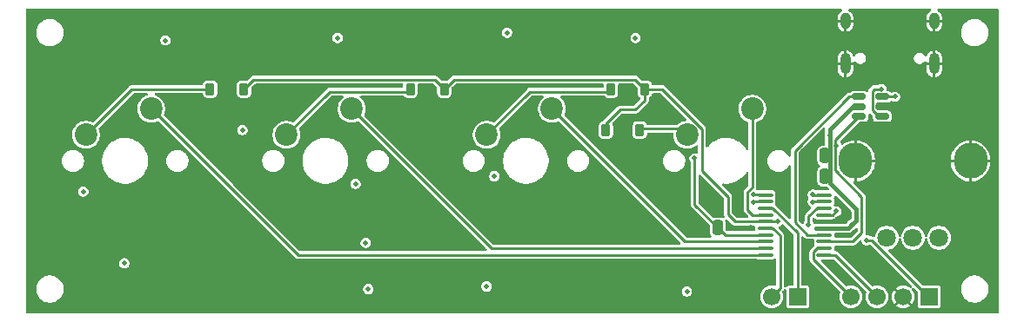
<source format=gbl>
%TF.GenerationSoftware,KiCad,Pcbnew,9.0.2*%
%TF.CreationDate,2025-06-04T14:00:07+08:00*%
%TF.ProjectId,tsubaki_lite,74737562-616b-4695-9f6c-6974652e6b69,4*%
%TF.SameCoordinates,Original*%
%TF.FileFunction,Copper,L2,Bot*%
%TF.FilePolarity,Positive*%
%FSLAX46Y46*%
G04 Gerber Fmt 4.6, Leading zero omitted, Abs format (unit mm)*
G04 Created by KiCad (PCBNEW 9.0.2) date 2025-06-04 14:00:07*
%MOMM*%
%LPD*%
G01*
G04 APERTURE LIST*
G04 Aperture macros list*
%AMRoundRect*
0 Rectangle with rounded corners*
0 $1 Rounding radius*
0 $2 $3 $4 $5 $6 $7 $8 $9 X,Y pos of 4 corners*
0 Add a 4 corners polygon primitive as box body*
4,1,4,$2,$3,$4,$5,$6,$7,$8,$9,$2,$3,0*
0 Add four circle primitives for the rounded corners*
1,1,$1+$1,$2,$3*
1,1,$1+$1,$4,$5*
1,1,$1+$1,$6,$7*
1,1,$1+$1,$8,$9*
0 Add four rect primitives between the rounded corners*
20,1,$1+$1,$2,$3,$4,$5,0*
20,1,$1+$1,$4,$5,$6,$7,0*
20,1,$1+$1,$6,$7,$8,$9,0*
20,1,$1+$1,$8,$9,$2,$3,0*%
G04 Aperture macros list end*
%TA.AperFunction,ComponentPad*%
%ADD10C,2.200000*%
%TD*%
%TA.AperFunction,ComponentPad*%
%ADD11C,1.800000*%
%TD*%
%TA.AperFunction,ComponentPad*%
%ADD12O,3.300000X3.500000*%
%TD*%
%TA.AperFunction,ComponentPad*%
%ADD13R,1.700000X1.700000*%
%TD*%
%TA.AperFunction,ComponentPad*%
%ADD14C,1.700000*%
%TD*%
%TA.AperFunction,HeatsinkPad*%
%ADD15O,1.000000X2.100000*%
%TD*%
%TA.AperFunction,HeatsinkPad*%
%ADD16O,1.000000X1.600000*%
%TD*%
%TA.AperFunction,SMDPad,CuDef*%
%ADD17RoundRect,0.250000X0.250000X0.475000X-0.250000X0.475000X-0.250000X-0.475000X0.250000X-0.475000X0*%
%TD*%
%TA.AperFunction,SMDPad,CuDef*%
%ADD18RoundRect,0.150000X0.512500X0.150000X-0.512500X0.150000X-0.512500X-0.150000X0.512500X-0.150000X0*%
%TD*%
%TA.AperFunction,SMDPad,CuDef*%
%ADD19RoundRect,0.225000X0.225000X0.375000X-0.225000X0.375000X-0.225000X-0.375000X0.225000X-0.375000X0*%
%TD*%
%TA.AperFunction,SMDPad,CuDef*%
%ADD20RoundRect,0.225000X-0.225000X-0.375000X0.225000X-0.375000X0.225000X0.375000X-0.225000X0.375000X0*%
%TD*%
%TA.AperFunction,SMDPad,CuDef*%
%ADD21RoundRect,0.100000X-0.637500X-0.100000X0.637500X-0.100000X0.637500X0.100000X-0.637500X0.100000X0*%
%TD*%
%TA.AperFunction,ViaPad*%
%ADD22C,0.500000*%
%TD*%
%TA.AperFunction,Conductor*%
%ADD23C,0.250000*%
%TD*%
%TA.AperFunction,Conductor*%
%ADD24C,0.381000*%
%TD*%
%TA.AperFunction,Conductor*%
%ADD25C,0.254000*%
%TD*%
G04 APERTURE END LIST*
D10*
%TO.P,SW_1_3,1,1*%
%TO.N,/COL3*%
X151870000Y-97420000D03*
%TO.P,SW_1_3,2,2*%
%TO.N,Net-(D_1_3-K)*%
X145520000Y-99960000D03*
%TD*%
%TO.P,SW_1_1,1,1*%
%TO.N,/COL1*%
X112870000Y-97420000D03*
%TO.P,SW_1_1,2,2*%
%TO.N,Net-(D_1_1-K)*%
X106520000Y-99960000D03*
%TD*%
D11*
%TO.P,SW3,A,A*%
%TO.N,Net-(D_1_5-A)*%
X184459995Y-110000128D03*
%TO.P,SW3,B,B*%
%TO.N,Net-(D_1_6-A)*%
X189540005Y-110000128D03*
%TO.P,SW3,C,C*%
%TO.N,/ROW1*%
X187000000Y-110000128D03*
D12*
%TO.P,SW3,D,D*%
%TO.N,GND*%
X192599949Y-102500000D03*
%TO.P,SW3,E,E*%
X181400051Y-102500000D03*
%TD*%
D13*
%TO.P,J3,1,Pin_1*%
%TO.N,VDD*%
X188580000Y-115750000D03*
D14*
%TO.P,J3,2,Pin_2*%
%TO.N,GND*%
X186040000Y-115750000D03*
%TO.P,J3,3,Pin_3*%
%TO.N,/DCK*%
X183500000Y-115750000D03*
%TO.P,J3,4,Pin_4*%
%TO.N,/DIO*%
X180960000Y-115750000D03*
%TD*%
D13*
%TO.P,J2,1,Pin_1*%
%TO.N,/TX*%
X175775000Y-115750000D03*
D14*
%TO.P,J2,2,Pin_2*%
%TO.N,/RX*%
X173235000Y-115750000D03*
%TD*%
D10*
%TO.P,SW_1_4,1,1*%
%TO.N,/COL4*%
X171370000Y-97420000D03*
%TO.P,SW_1_4,2,2*%
%TO.N,Net-(D_1_4-K)*%
X165020000Y-99960000D03*
%TD*%
%TO.P,SW_1_2,1,1*%
%TO.N,/COL2*%
X132370000Y-97420000D03*
%TO.P,SW_1_2,2,2*%
%TO.N,Net-(D_1_2-K)*%
X126020000Y-99960000D03*
%TD*%
D15*
%TO.P,J1,S1,SHIELD*%
%TO.N,GND*%
X189070000Y-93030000D03*
D16*
X189070000Y-88850000D03*
D15*
X180430000Y-93030000D03*
D16*
X180430000Y-88850000D03*
%TD*%
D17*
%TO.P,C1,1*%
%TO.N,/RESET*%
X168000000Y-109000000D03*
%TO.P,C1,2*%
%TO.N,GND*%
X166100000Y-109000000D03*
%TD*%
D18*
%TO.P,U2,1,I/O1*%
%TO.N,Net-(J1-D--PadA7)*%
X184025000Y-96250000D03*
%TO.P,U2,2,GND*%
%TO.N,GND*%
X184025000Y-97200000D03*
%TO.P,U2,3,I/O2*%
%TO.N,Net-(J1-D+-PadA6)*%
X184025000Y-98150000D03*
%TO.P,U2,4,I/O2*%
%TO.N,/DP*%
X181750000Y-98150000D03*
%TO.P,U2,5,VBUS*%
%TO.N,VDD*%
X181750000Y-97200000D03*
%TO.P,U2,6,I/O1*%
%TO.N,/DM*%
X181750000Y-96250000D03*
%TD*%
D19*
%TO.P,D_1_4,1,K*%
%TO.N,Net-(D_1_4-K)*%
X160400000Y-99500000D03*
%TO.P,D_1_4,2,A*%
%TO.N,/ROW1*%
X157100000Y-99500000D03*
%TD*%
D20*
%TO.P,D_1_3,1,K*%
%TO.N,Net-(D_1_3-K)*%
X157600000Y-95500000D03*
%TO.P,D_1_3,2,A*%
%TO.N,/ROW1*%
X160900000Y-95500000D03*
%TD*%
%TO.P,D_1_2,1,K*%
%TO.N,Net-(D_1_2-K)*%
X138100000Y-95500000D03*
%TO.P,D_1_2,2,A*%
%TO.N,/ROW1*%
X141400000Y-95500000D03*
%TD*%
%TO.P,D_1_1,1,K*%
%TO.N,Net-(D_1_1-K)*%
X118600000Y-95500000D03*
%TO.P,D_1_1,2,A*%
%TO.N,/ROW1*%
X121900000Y-95500000D03*
%TD*%
D21*
%TO.P,U1,1,PB12*%
%TO.N,/COL1*%
X172637500Y-111675000D03*
%TO.P,U1,2,PC14*%
%TO.N,/COL2*%
X172637500Y-111025000D03*
%TO.P,U1,3,PC15*%
%TO.N,/COL3*%
X172637500Y-110375000D03*
%TO.P,U1,4,PC3*%
%TO.N,/RESET*%
X172637500Y-109725000D03*
%TO.P,U1,5,PC1*%
%TO.N,/RX*%
X172637500Y-109075000D03*
%TO.P,U1,6,PA0*%
%TO.N,/ROW1*%
X172637500Y-108425000D03*
%TO.P,U1,7,PA1*%
%TO.N,/COL4*%
X172637500Y-107775000D03*
%TO.P,U1,8,PA2*%
%TO.N,/TX*%
X172637500Y-107125000D03*
%TO.P,U1,9,PA3*%
%TO.N,/LED4*%
X172637500Y-106475000D03*
%TO.P,U1,10,PA4*%
%TO.N,/LED3*%
X172637500Y-105825000D03*
%TO.P,U1,11,PA5*%
%TO.N,/LED2*%
X178362500Y-105825000D03*
%TO.P,U1,12,PA6*%
%TO.N,/LED1*%
X178362500Y-106475000D03*
%TO.P,U1,13,PA7*%
%TO.N,/ROT_DOWN*%
X178362500Y-107125000D03*
%TO.P,U1,14,PB1*%
%TO.N,/ROT_UP*%
X178362500Y-107775000D03*
%TO.P,U1,15,GND*%
%TO.N,GND*%
X178362500Y-108425000D03*
%TO.P,U1,16,VDD*%
%TO.N,VDD*%
X178362500Y-109075000D03*
%TO.P,U1,17,PC16*%
%TO.N,/DM*%
X178362500Y-109725000D03*
%TO.P,U1,18,PC17*%
%TO.N,/DP*%
X178362500Y-110375000D03*
%TO.P,U1,19,PC18*%
%TO.N,/DIO*%
X178362500Y-111025000D03*
%TO.P,U1,20,PC19*%
%TO.N,/DCK*%
X178362500Y-111675000D03*
%TD*%
D17*
%TO.P,C2,1*%
%TO.N,VDD*%
X178450000Y-102000000D03*
%TO.P,C2,2*%
%TO.N,GND*%
X176550000Y-102000000D03*
%TD*%
%TO.P,C3,1*%
%TO.N,VDD*%
X178450000Y-104010000D03*
%TO.P,C3,2*%
%TO.N,GND*%
X176550000Y-104010000D03*
%TD*%
D22*
%TO.N,*%
X131000000Y-90500000D03*
X106250000Y-105500000D03*
X121750000Y-99500000D03*
X114250000Y-90750000D03*
X132750000Y-104750000D03*
X147500000Y-90000000D03*
X160000000Y-90500000D03*
X110250000Y-112500000D03*
X134000000Y-115000000D03*
X146250000Y-104000000D03*
X165000000Y-115250000D03*
X145500000Y-114750000D03*
X133750000Y-110500000D03*
%TO.N,/ROW1*%
X173841998Y-108408001D03*
%TO.N,GND*%
X184750000Y-90000000D03*
X169500000Y-98500000D03*
X176750000Y-95000000D03*
X162250000Y-110000000D03*
X185750000Y-111250000D03*
X175000000Y-111250000D03*
X170000000Y-90250000D03*
X166500000Y-104500000D03*
X173500000Y-95750000D03*
X190000000Y-98500000D03*
X152000000Y-100500000D03*
X179750000Y-106500000D03*
X171228080Y-108999999D03*
X170750000Y-104500000D03*
X151500000Y-106000000D03*
X182500000Y-112250000D03*
X138250000Y-105000000D03*
X165250000Y-94750000D03*
X173250000Y-99500000D03*
X176250000Y-105750000D03*
X173250000Y-104000000D03*
X153500000Y-109750000D03*
X180000000Y-109750000D03*
X163250000Y-100500000D03*
X158500000Y-101250000D03*
X186500000Y-108500000D03*
X173750000Y-93750000D03*
X174750000Y-113500000D03*
X193000000Y-109750000D03*
X177500000Y-103000000D03*
X174750000Y-107250000D03*
X164500000Y-107000000D03*
X179750000Y-113250000D03*
X182750000Y-109000000D03*
X185250000Y-97500000D03*
X190500000Y-113250000D03*
%TO.N,VDD*%
X178903551Y-100000000D03*
X181008365Y-108758365D03*
X182500000Y-110250000D03*
%TO.N,/DP*%
X179544051Y-101000000D03*
%TO.N,Net-(J1-D+-PadA6)*%
X183923000Y-95500000D03*
%TO.N,Net-(J1-D--PadA7)*%
X185250000Y-96250000D03*
%TO.N,/LED1*%
X177250000Y-106500000D03*
%TO.N,/LED2*%
X177250000Y-105799997D03*
%TO.N,/LED3*%
X171500000Y-105750000D03*
%TO.N,/ROT_UP*%
X179514418Y-107425001D03*
%TO.N,/ROT_DOWN*%
X176825000Y-108750000D03*
%TO.N,/LED4*%
X171500000Y-106500000D03*
%TO.N,/RESET*%
X165750000Y-102250000D03*
%TD*%
D23*
%TO.N,/ROW1*%
X169000000Y-107750000D02*
X169675000Y-108425000D01*
X172637500Y-108425000D02*
X173824999Y-108425000D01*
X141400000Y-95500000D02*
X142326000Y-94574000D01*
X169675000Y-108425000D02*
X172637500Y-108425000D01*
X157100000Y-98900000D02*
X158500000Y-97500000D01*
X169000000Y-106000000D02*
X169000000Y-107750000D01*
X142326000Y-94574000D02*
X159974000Y-94574000D01*
X173824999Y-108425000D02*
X173841998Y-108408001D01*
X159974000Y-94574000D02*
X160900000Y-95500000D01*
X140474000Y-94574000D02*
X141400000Y-95500000D01*
X160900000Y-95500000D02*
X162576669Y-95500000D01*
X162576669Y-95500000D02*
X166475400Y-99398731D01*
X160900000Y-96600000D02*
X160900000Y-95500000D01*
X122826000Y-94574000D02*
X140474000Y-94574000D01*
X160000000Y-97500000D02*
X160900000Y-96600000D01*
X158500000Y-97500000D02*
X160000000Y-97500000D01*
X121900000Y-95500000D02*
X122826000Y-94574000D01*
X166475400Y-99398731D02*
X166475400Y-103475400D01*
X166475400Y-103475400D02*
X169000000Y-106000000D01*
X157100000Y-99500000D02*
X157100000Y-98900000D01*
%TO.N,Net-(D_1_1-K)*%
X110980000Y-95500000D02*
X118600000Y-95500000D01*
X106520000Y-99960000D02*
X110980000Y-95500000D01*
%TO.N,Net-(D_1_2-K)*%
X130230000Y-95750000D02*
X137850000Y-95750000D01*
X126020000Y-99960000D02*
X130230000Y-95750000D01*
X137850000Y-95750000D02*
X138100000Y-95500000D01*
%TO.N,Net-(D_1_3-K)*%
X145520000Y-99960000D02*
X149730000Y-95750000D01*
X157350000Y-95750000D02*
X157600000Y-95500000D01*
X149730000Y-95750000D02*
X157350000Y-95750000D01*
%TO.N,VDD*%
X188580000Y-115750000D02*
X188476041Y-115750000D01*
D24*
X178362500Y-109075000D02*
X180691730Y-109075000D01*
X178903551Y-99383950D02*
X181087501Y-97200000D01*
X181008365Y-108758365D02*
X181481500Y-108285230D01*
X178903551Y-100000000D02*
X178903551Y-99383950D01*
D23*
X182976041Y-110250000D02*
X182500000Y-110250000D01*
D24*
X181087501Y-97200000D02*
X181750000Y-97200000D01*
X181481500Y-107231500D02*
X178903551Y-104653551D01*
X181481500Y-108285230D02*
X181481500Y-107231500D01*
X178903551Y-104653551D02*
X178903551Y-100000000D01*
D23*
X188476041Y-115750000D02*
X182976041Y-110250000D01*
D24*
X180691730Y-109075000D02*
X181008365Y-108758365D01*
X178362500Y-109075000D02*
X177577142Y-109075000D01*
D25*
%TO.N,/DP*%
X182000000Y-106000000D02*
X182000000Y-109500000D01*
X181750000Y-98150000D02*
X179422051Y-100477949D01*
X179422051Y-103422051D02*
X182000000Y-106000000D01*
X181125000Y-110375000D02*
X178362500Y-110375000D01*
X182000000Y-109500000D02*
X181125000Y-110375000D01*
X179422051Y-100477949D02*
X179422051Y-103422051D01*
%TO.N,/TX*%
X173374999Y-107125000D02*
X175775000Y-109525001D01*
X175775000Y-109525001D02*
X175775000Y-115750000D01*
X172637500Y-107125000D02*
X173374999Y-107125000D01*
%TO.N,/RX*%
X174085000Y-114900000D02*
X173235000Y-115750000D01*
X172637500Y-109075000D02*
X173374999Y-109075000D01*
X173374999Y-109075000D02*
X174085000Y-109785001D01*
X174085000Y-109785001D02*
X174085000Y-114900000D01*
D23*
%TO.N,Net-(D_1_4-K)*%
X164410000Y-99350000D02*
X165020000Y-99960000D01*
X160500000Y-99350000D02*
X164410000Y-99350000D01*
D25*
%TO.N,Net-(J1-D+-PadA6)*%
X183034500Y-97552150D02*
X183034500Y-95715500D01*
X183632350Y-98150000D02*
X183034500Y-97552150D01*
X183034500Y-95715500D02*
X183250000Y-95500000D01*
X184025000Y-98150000D02*
X183632350Y-98150000D01*
X183250000Y-95500000D02*
X183923000Y-95500000D01*
%TO.N,Net-(J1-D--PadA7)*%
X185250000Y-96250000D02*
X184025000Y-96250000D01*
D23*
%TO.N,/LED1*%
X178362500Y-106475000D02*
X177275000Y-106475000D01*
X177275000Y-106475000D02*
X177250000Y-106500000D01*
%TO.N,/LED2*%
X177275003Y-105825000D02*
X177250000Y-105799997D01*
X178362500Y-105825000D02*
X177275003Y-105825000D01*
%TO.N,/LED3*%
X171500000Y-105750000D02*
X172562500Y-105750000D01*
X172562500Y-105750000D02*
X172637500Y-105825000D01*
%TO.N,/ROT_UP*%
X179164419Y-107775000D02*
X178362500Y-107775000D01*
X179514418Y-107425001D02*
X179164419Y-107775000D01*
%TO.N,/ROT_DOWN*%
X178362500Y-107125000D02*
X177625000Y-107125000D01*
X176825000Y-107925000D02*
X176825000Y-108750000D01*
X177625000Y-107125000D02*
X176825000Y-107925000D01*
%TO.N,/LED4*%
X172637500Y-106475000D02*
X171525000Y-106475000D01*
X171525000Y-106475000D02*
X171500000Y-106500000D01*
%TO.N,/COL4*%
X171370000Y-97420000D02*
X171370000Y-105065412D01*
X171370000Y-105065412D02*
X170924000Y-105511412D01*
X170924000Y-105511412D02*
X170924000Y-107276000D01*
X170924000Y-107276000D02*
X171423000Y-107775000D01*
X171423000Y-107775000D02*
X172637500Y-107775000D01*
%TO.N,/COL1*%
X112920000Y-97420000D02*
X127175000Y-111675000D01*
X127175000Y-111675000D02*
X172637500Y-111675000D01*
X112870000Y-97420000D02*
X112920000Y-97420000D01*
%TO.N,/COL2*%
X145975000Y-111025000D02*
X132370000Y-97420000D01*
X172637500Y-111025000D02*
X145975000Y-111025000D01*
%TO.N,/COL3*%
X164825000Y-110375000D02*
X172637500Y-110375000D01*
X151870000Y-97420000D02*
X164825000Y-110375000D01*
%TO.N,/DM*%
X181750000Y-96250000D02*
X181087501Y-96250000D01*
X180753486Y-96250000D02*
X175500000Y-101503486D01*
X175500000Y-101503486D02*
X175500000Y-108500000D01*
X181750000Y-96250000D02*
X180753486Y-96250000D01*
X176725000Y-109725000D02*
X178362500Y-109725000D01*
X175500000Y-108500000D02*
X176725000Y-109725000D01*
%TO.N,/RESET*%
X168000000Y-109000000D02*
X168725000Y-109725000D01*
X168725000Y-109725000D02*
X172637500Y-109725000D01*
X165750000Y-106750000D02*
X168000000Y-109000000D01*
X165750000Y-102250000D02*
X165750000Y-106750000D01*
%TO.N,/DIO*%
X177299000Y-111395774D02*
X177299000Y-112089000D01*
X178362500Y-111025000D02*
X177669774Y-111025000D01*
X177299000Y-112089000D02*
X180960000Y-115750000D01*
X177669774Y-111025000D02*
X177299000Y-111395774D01*
%TO.N,/DCK*%
X178362500Y-111675000D02*
X179425000Y-111675000D01*
X179425000Y-111675000D02*
X183500000Y-115750000D01*
%TD*%
%TA.AperFunction,Conductor*%
%TO.N,GND*%
G36*
X174381005Y-108686631D02*
G01*
X174426068Y-108715592D01*
X175356595Y-109646119D01*
X175390621Y-109708431D01*
X175393500Y-109735214D01*
X175393500Y-114519500D01*
X175373498Y-114587621D01*
X175319842Y-114634114D01*
X175267500Y-114645500D01*
X174899936Y-114645500D01*
X174899926Y-114645501D01*
X174825699Y-114660265D01*
X174741515Y-114716516D01*
X174697264Y-114782741D01*
X174642787Y-114828268D01*
X174572343Y-114837115D01*
X174508300Y-114806473D01*
X174470989Y-114746071D01*
X174466500Y-114712738D01*
X174466500Y-109734777D01*
X174466358Y-109734247D01*
X174440501Y-109637747D01*
X174440499Y-109637744D01*
X174440499Y-109637742D01*
X174390278Y-109550757D01*
X174390274Y-109550752D01*
X174359522Y-109520000D01*
X174319247Y-109479725D01*
X173939390Y-109099868D01*
X173905364Y-109037556D01*
X173910429Y-108966741D01*
X173952976Y-108909905D01*
X173995872Y-108889067D01*
X174036728Y-108878120D01*
X174151768Y-108811701D01*
X174185914Y-108777555D01*
X174247878Y-108715592D01*
X174310190Y-108681566D01*
X174381005Y-108686631D01*
G37*
%TD.AperFunction*%
%TA.AperFunction,Conductor*%
G36*
X140332737Y-94973502D02*
G01*
X140353711Y-94990405D01*
X140658595Y-95295289D01*
X140692621Y-95357601D01*
X140695500Y-95384384D01*
X140695500Y-95920871D01*
X140701640Y-95977972D01*
X140749826Y-96107166D01*
X140749827Y-96107167D01*
X140792924Y-96164736D01*
X140832456Y-96217544D01*
X140891211Y-96261528D01*
X140942832Y-96300172D01*
X140942833Y-96300173D01*
X140942835Y-96300173D01*
X140942837Y-96300175D01*
X141072027Y-96348360D01*
X141129136Y-96354500D01*
X141129141Y-96354500D01*
X141670859Y-96354500D01*
X141670864Y-96354500D01*
X141727973Y-96348360D01*
X141857163Y-96300175D01*
X141967544Y-96217544D01*
X142050175Y-96107163D01*
X142098360Y-95977973D01*
X142104500Y-95920864D01*
X142104500Y-95384384D01*
X142124502Y-95316263D01*
X142141405Y-95295289D01*
X142446289Y-94990405D01*
X142508601Y-94956379D01*
X142535384Y-94953500D01*
X156769500Y-94953500D01*
X156778325Y-94956091D01*
X156787432Y-94954782D01*
X156811857Y-94965937D01*
X156837621Y-94973502D01*
X156843645Y-94980455D01*
X156852012Y-94984276D01*
X156866526Y-95006861D01*
X156884114Y-95027158D01*
X156886438Y-95037844D01*
X156890396Y-95044002D01*
X156895500Y-95079500D01*
X156895500Y-95244500D01*
X156875498Y-95312621D01*
X156821842Y-95359114D01*
X156769500Y-95370500D01*
X149787696Y-95370500D01*
X149787680Y-95370499D01*
X149779962Y-95370499D01*
X149680038Y-95370499D01*
X149647866Y-95379119D01*
X149603916Y-95390895D01*
X149603915Y-95390896D01*
X149583518Y-95396362D01*
X149583517Y-95396362D01*
X149583515Y-95396363D01*
X149583514Y-95396363D01*
X149496984Y-95446321D01*
X149496979Y-95446325D01*
X149462054Y-95481251D01*
X149426324Y-95516981D01*
X149426322Y-95516983D01*
X146236257Y-98707047D01*
X146173945Y-98741073D01*
X146103129Y-98736008D01*
X146089966Y-98730222D01*
X146039947Y-98704736D01*
X146039944Y-98704735D01*
X146039942Y-98704734D01*
X145837183Y-98638854D01*
X145837181Y-98638853D01*
X145837179Y-98638853D01*
X145626601Y-98605500D01*
X145413399Y-98605500D01*
X145202821Y-98638853D01*
X145202819Y-98638853D01*
X145202816Y-98638854D01*
X145000057Y-98704734D01*
X145000051Y-98704737D01*
X144810083Y-98801530D01*
X144637600Y-98926847D01*
X144486847Y-99077600D01*
X144361530Y-99250083D01*
X144264737Y-99440051D01*
X144264734Y-99440057D01*
X144198854Y-99642816D01*
X144198853Y-99642819D01*
X144198853Y-99642821D01*
X144165500Y-99853399D01*
X144165500Y-100066601D01*
X144198853Y-100277179D01*
X144198854Y-100277183D01*
X144233777Y-100384667D01*
X144264736Y-100479947D01*
X144361528Y-100669913D01*
X144361530Y-100669916D01*
X144486847Y-100842399D01*
X144637600Y-100993152D01*
X144684306Y-101027086D01*
X144810087Y-101118472D01*
X145000053Y-101215264D01*
X145202821Y-101281147D01*
X145413399Y-101314500D01*
X145413402Y-101314500D01*
X145626598Y-101314500D01*
X145626601Y-101314500D01*
X145837179Y-101281147D01*
X146039947Y-101215264D01*
X146229913Y-101118472D01*
X146402397Y-100993154D01*
X146553154Y-100842397D01*
X146678472Y-100669913D01*
X146775264Y-100479947D01*
X146841147Y-100277179D01*
X146874500Y-100066601D01*
X146874500Y-99853399D01*
X146841147Y-99642821D01*
X146775264Y-99440053D01*
X146771966Y-99433581D01*
X146749780Y-99390037D01*
X146736676Y-99320260D01*
X146763377Y-99254476D01*
X146772943Y-99243749D01*
X149850289Y-96166405D01*
X149912601Y-96132379D01*
X149939384Y-96129500D01*
X150954021Y-96129500D01*
X151022142Y-96149502D01*
X151068635Y-96203158D01*
X151078739Y-96273432D01*
X151049245Y-96338012D01*
X151028086Y-96357432D01*
X150992102Y-96383576D01*
X150987596Y-96386851D01*
X150836847Y-96537600D01*
X150711530Y-96710083D01*
X150614737Y-96900051D01*
X150614734Y-96900057D01*
X150548854Y-97102816D01*
X150548853Y-97102819D01*
X150548853Y-97102821D01*
X150515500Y-97313399D01*
X150515500Y-97526601D01*
X150538003Y-97668674D01*
X150548854Y-97737183D01*
X150606223Y-97913749D01*
X150614736Y-97939947D01*
X150683012Y-98073946D01*
X150711530Y-98129916D01*
X150836847Y-98302399D01*
X150987600Y-98453152D01*
X150987603Y-98453154D01*
X151160087Y-98578472D01*
X151350053Y-98675264D01*
X151552821Y-98741147D01*
X151763399Y-98774500D01*
X151763402Y-98774500D01*
X151976598Y-98774500D01*
X151976601Y-98774500D01*
X152187179Y-98741147D01*
X152389947Y-98675264D01*
X152439959Y-98649780D01*
X152509736Y-98636676D01*
X152575521Y-98663376D01*
X152586258Y-98672952D01*
X164343711Y-110430405D01*
X164377737Y-110492717D01*
X164372672Y-110563532D01*
X164330125Y-110620368D01*
X164263605Y-110645179D01*
X164254616Y-110645500D01*
X146184384Y-110645500D01*
X146116263Y-110625498D01*
X146095289Y-110608595D01*
X139553111Y-104066417D01*
X145745499Y-104066417D01*
X145779881Y-104194730D01*
X145846297Y-104309766D01*
X145846305Y-104309776D01*
X145940223Y-104403694D01*
X145940228Y-104403698D01*
X145940230Y-104403700D01*
X145940231Y-104403701D01*
X145940233Y-104403702D01*
X145963328Y-104417036D01*
X146055270Y-104470119D01*
X146183581Y-104504500D01*
X146183583Y-104504500D01*
X146316417Y-104504500D01*
X146316419Y-104504500D01*
X146444730Y-104470119D01*
X146559770Y-104403700D01*
X146653700Y-104309770D01*
X146720119Y-104194730D01*
X146754500Y-104066419D01*
X146754500Y-103933581D01*
X146720119Y-103805270D01*
X146653700Y-103690230D01*
X146653698Y-103690228D01*
X146653694Y-103690223D01*
X146559776Y-103596305D01*
X146559766Y-103596297D01*
X146444730Y-103529881D01*
X146316419Y-103495500D01*
X146183581Y-103495500D01*
X146098040Y-103518420D01*
X146055269Y-103529881D01*
X145940233Y-103596297D01*
X145940223Y-103596305D01*
X145846305Y-103690223D01*
X145846297Y-103690233D01*
X145779881Y-103805269D01*
X145745500Y-103933582D01*
X145745500Y-104066417D01*
X145745499Y-104066417D01*
X139553111Y-104066417D01*
X137901767Y-102415073D01*
X143170900Y-102415073D01*
X143170900Y-102584927D01*
X143197471Y-102752690D01*
X143249959Y-102914231D01*
X143314302Y-103040512D01*
X143327072Y-103065574D01*
X143426908Y-103202988D01*
X143547011Y-103323091D01*
X143684425Y-103422927D01*
X143684428Y-103422929D01*
X143835769Y-103500041D01*
X143997310Y-103552529D01*
X144165073Y-103579100D01*
X144165076Y-103579100D01*
X144334924Y-103579100D01*
X144334927Y-103579100D01*
X144502690Y-103552529D01*
X144664231Y-103500041D01*
X144815572Y-103422929D01*
X144952987Y-103323092D01*
X145073092Y-103202987D01*
X145172929Y-103065572D01*
X145250041Y-102914231D01*
X145302529Y-102752690D01*
X145329100Y-102584927D01*
X145329100Y-102415073D01*
X145319410Y-102353894D01*
X147100900Y-102353894D01*
X147100900Y-102646105D01*
X147139038Y-102935801D01*
X147214667Y-103218053D01*
X147214668Y-103218055D01*
X147214669Y-103218058D01*
X147326491Y-103488021D01*
X147326492Y-103488022D01*
X147326497Y-103488033D01*
X147472591Y-103741075D01*
X147472596Y-103741082D01*
X147650470Y-103972892D01*
X147650489Y-103972913D01*
X147857086Y-104179510D01*
X147857107Y-104179529D01*
X148088917Y-104357403D01*
X148088924Y-104357408D01*
X148341966Y-104503502D01*
X148341970Y-104503503D01*
X148341979Y-104503509D01*
X148611942Y-104615331D01*
X148894191Y-104690960D01*
X148894197Y-104690960D01*
X148894198Y-104690961D01*
X148927446Y-104695338D01*
X149183897Y-104729100D01*
X149183904Y-104729100D01*
X149476096Y-104729100D01*
X149476103Y-104729100D01*
X149765809Y-104690960D01*
X150048058Y-104615331D01*
X150318021Y-104503509D01*
X150571079Y-104357406D01*
X150802901Y-104179522D01*
X151009522Y-103972901D01*
X151187406Y-103741079D01*
X151333509Y-103488021D01*
X151445331Y-103218058D01*
X151520960Y-102935809D01*
X151559100Y-102646103D01*
X151559100Y-102415073D01*
X153330900Y-102415073D01*
X153330900Y-102584927D01*
X153357471Y-102752690D01*
X153409959Y-102914231D01*
X153474302Y-103040512D01*
X153487072Y-103065574D01*
X153586908Y-103202988D01*
X153707011Y-103323091D01*
X153844425Y-103422927D01*
X153844428Y-103422929D01*
X153995769Y-103500041D01*
X154157310Y-103552529D01*
X154325073Y-103579100D01*
X154325076Y-103579100D01*
X154494924Y-103579100D01*
X154494927Y-103579100D01*
X154662690Y-103552529D01*
X154824231Y-103500041D01*
X154975572Y-103422929D01*
X155112987Y-103323092D01*
X155233092Y-103202987D01*
X155332929Y-103065572D01*
X155410041Y-102914231D01*
X155462529Y-102752690D01*
X155489100Y-102584927D01*
X155489100Y-102415073D01*
X155462529Y-102247310D01*
X155410041Y-102085769D01*
X155332929Y-101934428D01*
X155295151Y-101882430D01*
X155233091Y-101797011D01*
X155112988Y-101676908D01*
X154975574Y-101577072D01*
X154870941Y-101523759D01*
X154824231Y-101499959D01*
X154662690Y-101447471D01*
X154494927Y-101420900D01*
X154325073Y-101420900D01*
X154157310Y-101447471D01*
X154157307Y-101447471D01*
X154157306Y-101447472D01*
X153995769Y-101499959D01*
X153995767Y-101499960D01*
X153844425Y-101577072D01*
X153707011Y-101676908D01*
X153586908Y-101797011D01*
X153487072Y-101934425D01*
X153409960Y-102085767D01*
X153409959Y-102085769D01*
X153378178Y-102183582D01*
X153357471Y-102247310D01*
X153330900Y-102415073D01*
X151559100Y-102415073D01*
X151559100Y-102353897D01*
X151523801Y-102085769D01*
X151520961Y-102064198D01*
X151520960Y-102064197D01*
X151520960Y-102064191D01*
X151445331Y-101781942D01*
X151333509Y-101511979D01*
X151333503Y-101511970D01*
X151333502Y-101511966D01*
X151187408Y-101258924D01*
X151187403Y-101258917D01*
X151009529Y-101027107D01*
X151009510Y-101027086D01*
X150802913Y-100820489D01*
X150802892Y-100820470D01*
X150571082Y-100642596D01*
X150571075Y-100642591D01*
X150318033Y-100496497D01*
X150318025Y-100496493D01*
X150318021Y-100496491D01*
X150048058Y-100384669D01*
X150048055Y-100384668D01*
X150048053Y-100384667D01*
X149816226Y-100322549D01*
X149765809Y-100309040D01*
X149765807Y-100309039D01*
X149765801Y-100309038D01*
X149476105Y-100270900D01*
X149476103Y-100270900D01*
X149183897Y-100270900D01*
X149183894Y-100270900D01*
X148894198Y-100309038D01*
X148611946Y-100384667D01*
X148611942Y-100384669D01*
X148342465Y-100496290D01*
X148341977Y-100496492D01*
X148341966Y-100496497D01*
X148088924Y-100642591D01*
X148088917Y-100642596D01*
X147857107Y-100820470D01*
X147857086Y-100820489D01*
X147650489Y-101027086D01*
X147650470Y-101027107D01*
X147472596Y-101258917D01*
X147472591Y-101258924D01*
X147326497Y-101511966D01*
X147326492Y-101511977D01*
X147326491Y-101511979D01*
X147268593Y-101651757D01*
X147214669Y-101781942D01*
X147214667Y-101781946D01*
X147139038Y-102064198D01*
X147100900Y-102353894D01*
X145319410Y-102353894D01*
X145302529Y-102247310D01*
X145250041Y-102085769D01*
X145172929Y-101934428D01*
X145135151Y-101882430D01*
X145073091Y-101797011D01*
X144952988Y-101676908D01*
X144815574Y-101577072D01*
X144710941Y-101523759D01*
X144664231Y-101499959D01*
X144502690Y-101447471D01*
X144334927Y-101420900D01*
X144165073Y-101420900D01*
X143997310Y-101447471D01*
X143997307Y-101447471D01*
X143997306Y-101447472D01*
X143835769Y-101499959D01*
X143835767Y-101499960D01*
X143684425Y-101577072D01*
X143547011Y-101676908D01*
X143426908Y-101797011D01*
X143327072Y-101934425D01*
X143249960Y-102085767D01*
X143249959Y-102085769D01*
X143218178Y-102183582D01*
X143197471Y-102247310D01*
X143170900Y-102415073D01*
X137901767Y-102415073D01*
X133622952Y-98136258D01*
X133588926Y-98073946D01*
X133593991Y-98003131D01*
X133599781Y-97989959D01*
X133625264Y-97939947D01*
X133691147Y-97737179D01*
X133724500Y-97526601D01*
X133724500Y-97313399D01*
X133691147Y-97102821D01*
X133625264Y-96900053D01*
X133528472Y-96710087D01*
X133419264Y-96559776D01*
X133403152Y-96537600D01*
X133252403Y-96386851D01*
X133252399Y-96386848D01*
X133252397Y-96386846D01*
X133211915Y-96357434D01*
X133168564Y-96301213D01*
X133162489Y-96230477D01*
X133195621Y-96167685D01*
X133257441Y-96132774D01*
X133285979Y-96129500D01*
X137403475Y-96129500D01*
X137471596Y-96149502D01*
X137504342Y-96179989D01*
X137532455Y-96217543D01*
X137642835Y-96300174D01*
X137642836Y-96300174D01*
X137642837Y-96300175D01*
X137772027Y-96348360D01*
X137829136Y-96354500D01*
X137829141Y-96354500D01*
X138370859Y-96354500D01*
X138370864Y-96354500D01*
X138427973Y-96348360D01*
X138557163Y-96300175D01*
X138667544Y-96217544D01*
X138750175Y-96107163D01*
X138798360Y-95977973D01*
X138804500Y-95920864D01*
X138804500Y-95079500D01*
X138824502Y-95011379D01*
X138878158Y-94964886D01*
X138930500Y-94953500D01*
X140264616Y-94953500D01*
X140332737Y-94973502D01*
G37*
%TD.AperFunction*%
%TA.AperFunction,Conductor*%
G36*
X159832737Y-94973502D02*
G01*
X159853711Y-94990405D01*
X160158595Y-95295289D01*
X160192621Y-95357601D01*
X160195500Y-95384384D01*
X160195500Y-95920871D01*
X160201640Y-95977972D01*
X160249826Y-96107166D01*
X160249827Y-96107167D01*
X160292924Y-96164736D01*
X160332456Y-96217544D01*
X160391211Y-96261528D01*
X160450052Y-96305577D01*
X160448256Y-96307976D01*
X160487792Y-96347501D01*
X160502893Y-96416873D01*
X160478092Y-96483397D01*
X160466309Y-96496997D01*
X159879709Y-97083596D01*
X159817399Y-97117620D01*
X159790616Y-97120500D01*
X158557696Y-97120500D01*
X158557680Y-97120499D01*
X158549962Y-97120499D01*
X158450038Y-97120499D01*
X158417866Y-97129119D01*
X158373916Y-97140895D01*
X158373915Y-97140896D01*
X158360317Y-97144540D01*
X158353517Y-97146362D01*
X158332484Y-97158506D01*
X158311450Y-97170650D01*
X158289215Y-97183487D01*
X158266982Y-97196323D01*
X158266974Y-97196329D01*
X156866983Y-98596322D01*
X156866977Y-98596328D01*
X156847865Y-98615438D01*
X156847862Y-98615439D01*
X156847862Y-98615440D01*
X156827011Y-98626824D01*
X156785551Y-98649460D01*
X156785549Y-98649460D01*
X156785548Y-98649461D01*
X156785545Y-98649460D01*
X156772258Y-98651614D01*
X156772037Y-98651637D01*
X156772028Y-98651639D01*
X156642832Y-98699827D01*
X156532456Y-98782456D01*
X156449827Y-98892832D01*
X156449826Y-98892833D01*
X156401640Y-99022027D01*
X156395500Y-99079128D01*
X156395500Y-99920871D01*
X156401640Y-99977972D01*
X156449826Y-100107166D01*
X156449827Y-100107167D01*
X156496967Y-100170137D01*
X156532456Y-100217544D01*
X156595781Y-100264949D01*
X156642832Y-100300172D01*
X156642833Y-100300173D01*
X156642835Y-100300173D01*
X156642837Y-100300175D01*
X156772027Y-100348360D01*
X156829136Y-100354500D01*
X156829141Y-100354500D01*
X157370859Y-100354500D01*
X157370864Y-100354500D01*
X157427973Y-100348360D01*
X157557163Y-100300175D01*
X157667544Y-100217544D01*
X157750175Y-100107163D01*
X157798360Y-99977973D01*
X157804500Y-99920864D01*
X157804500Y-99079136D01*
X157798360Y-99022027D01*
X157750175Y-98892837D01*
X157750173Y-98892835D01*
X157749590Y-98891270D01*
X157744526Y-98820455D01*
X157778551Y-98758142D01*
X157945350Y-98591344D01*
X158620291Y-97916404D01*
X158682603Y-97882379D01*
X158709386Y-97879500D01*
X159950034Y-97879500D01*
X159950038Y-97879501D01*
X160049962Y-97879501D01*
X160126084Y-97859103D01*
X160146482Y-97853638D01*
X160233019Y-97803676D01*
X160303676Y-97733019D01*
X160314043Y-97722652D01*
X160314050Y-97722642D01*
X161122642Y-96914050D01*
X161122652Y-96914043D01*
X161203670Y-96833025D01*
X161203676Y-96833019D01*
X161253638Y-96746482D01*
X161263390Y-96710087D01*
X161279501Y-96649962D01*
X161279501Y-96550038D01*
X161279500Y-96550034D01*
X161279500Y-96416625D01*
X161299502Y-96348504D01*
X161349588Y-96305103D01*
X161349255Y-96304493D01*
X161352063Y-96302959D01*
X161353158Y-96302011D01*
X161355818Y-96300909D01*
X161357160Y-96300175D01*
X161357163Y-96300175D01*
X161467544Y-96217544D01*
X161550175Y-96107163D01*
X161598360Y-95977973D01*
X161598360Y-95977967D01*
X161598702Y-95976525D01*
X161599274Y-95975518D01*
X161601114Y-95970588D01*
X161601912Y-95970885D01*
X161633833Y-95914829D01*
X161696742Y-95881921D01*
X161721325Y-95879500D01*
X162367285Y-95879500D01*
X162435406Y-95899502D01*
X162456380Y-95916405D01*
X164938884Y-98398909D01*
X164972910Y-98461221D01*
X164967845Y-98532036D01*
X164925298Y-98588872D01*
X164869501Y-98612452D01*
X164750344Y-98631326D01*
X164702815Y-98638854D01*
X164500057Y-98704734D01*
X164500051Y-98704737D01*
X164310083Y-98801530D01*
X164137600Y-98926847D01*
X164137597Y-98926850D01*
X164130853Y-98933595D01*
X164068541Y-98967621D01*
X164041758Y-98970500D01*
X161166625Y-98970500D01*
X161098504Y-98950498D01*
X161055105Y-98900413D01*
X161054494Y-98900747D01*
X161052959Y-98897936D01*
X161052011Y-98896842D01*
X161050910Y-98894183D01*
X161050177Y-98892841D01*
X161050175Y-98892839D01*
X161050175Y-98892837D01*
X160967544Y-98782456D01*
X160935065Y-98758142D01*
X160857167Y-98699827D01*
X160857166Y-98699826D01*
X160825929Y-98688175D01*
X160727973Y-98651640D01*
X160720834Y-98650872D01*
X160670871Y-98645500D01*
X160670864Y-98645500D01*
X160129136Y-98645500D01*
X160129128Y-98645500D01*
X160072027Y-98651640D01*
X159942833Y-98699826D01*
X159942832Y-98699827D01*
X159832456Y-98782456D01*
X159749827Y-98892832D01*
X159749826Y-98892833D01*
X159701640Y-99022027D01*
X159695500Y-99079128D01*
X159695500Y-99920871D01*
X159701640Y-99977972D01*
X159749826Y-100107166D01*
X159749827Y-100107167D01*
X159796967Y-100170137D01*
X159832456Y-100217544D01*
X159895781Y-100264949D01*
X159942832Y-100300172D01*
X159942833Y-100300173D01*
X159942835Y-100300173D01*
X159942837Y-100300175D01*
X160072027Y-100348360D01*
X160129136Y-100354500D01*
X160129141Y-100354500D01*
X160670859Y-100354500D01*
X160670864Y-100354500D01*
X160727973Y-100348360D01*
X160857163Y-100300175D01*
X160967544Y-100217544D01*
X161050175Y-100107163D01*
X161098360Y-99977973D01*
X161104500Y-99920864D01*
X161104500Y-99855500D01*
X161124502Y-99787379D01*
X161178158Y-99740886D01*
X161230500Y-99729500D01*
X163539500Y-99729500D01*
X163607621Y-99749502D01*
X163654114Y-99803158D01*
X163665500Y-99855500D01*
X163665500Y-100066601D01*
X163698853Y-100277179D01*
X163698854Y-100277183D01*
X163733777Y-100384667D01*
X163764736Y-100479947D01*
X163861528Y-100669913D01*
X163861530Y-100669916D01*
X163986847Y-100842399D01*
X164137600Y-100993152D01*
X164184306Y-101027086D01*
X164310087Y-101118472D01*
X164500053Y-101215264D01*
X164702821Y-101281147D01*
X164913399Y-101314500D01*
X164913402Y-101314500D01*
X165126598Y-101314500D01*
X165126601Y-101314500D01*
X165337179Y-101281147D01*
X165539947Y-101215264D01*
X165729913Y-101118472D01*
X165895841Y-100997916D01*
X165962706Y-100974060D01*
X166031858Y-100990140D01*
X166081338Y-101041053D01*
X166095900Y-101099854D01*
X166095900Y-101656180D01*
X166075898Y-101724301D01*
X166022242Y-101770794D01*
X165951968Y-101780898D01*
X165937289Y-101777887D01*
X165906881Y-101769739D01*
X165816419Y-101745500D01*
X165683581Y-101745500D01*
X165598040Y-101768420D01*
X165555269Y-101779881D01*
X165440233Y-101846297D01*
X165440223Y-101846305D01*
X165346305Y-101940223D01*
X165346297Y-101940233D01*
X165279881Y-102055269D01*
X165245500Y-102183582D01*
X165245500Y-102316417D01*
X165245499Y-102316417D01*
X165279881Y-102444730D01*
X165350429Y-102566922D01*
X165348567Y-102567996D01*
X165370063Y-102623591D01*
X165370500Y-102634079D01*
X165370500Y-106700034D01*
X165370499Y-106700038D01*
X165370499Y-106799962D01*
X165384882Y-106853638D01*
X165387590Y-106863745D01*
X165387591Y-106863753D01*
X165396359Y-106896474D01*
X165396364Y-106896486D01*
X165446321Y-106983015D01*
X165446329Y-106983025D01*
X165524156Y-107060852D01*
X165524170Y-107060864D01*
X167208595Y-108745289D01*
X167242621Y-108807601D01*
X167245500Y-108834384D01*
X167245500Y-109523246D01*
X167245502Y-109523270D01*
X167251959Y-109583339D01*
X167251959Y-109583341D01*
X167284969Y-109671842D01*
X167302658Y-109719267D01*
X167314596Y-109735214D01*
X167358596Y-109793992D01*
X167383406Y-109860512D01*
X167368314Y-109929886D01*
X167318112Y-109980088D01*
X167257727Y-109995500D01*
X165034384Y-109995500D01*
X164966263Y-109975498D01*
X164945289Y-109958595D01*
X157401767Y-102415073D01*
X162670900Y-102415073D01*
X162670900Y-102584927D01*
X162697471Y-102752690D01*
X162749959Y-102914231D01*
X162814302Y-103040512D01*
X162827072Y-103065574D01*
X162926908Y-103202988D01*
X163047011Y-103323091D01*
X163184425Y-103422927D01*
X163184428Y-103422929D01*
X163335769Y-103500041D01*
X163497310Y-103552529D01*
X163665073Y-103579100D01*
X163665076Y-103579100D01*
X163834924Y-103579100D01*
X163834927Y-103579100D01*
X164002690Y-103552529D01*
X164164231Y-103500041D01*
X164315572Y-103422929D01*
X164452987Y-103323092D01*
X164573092Y-103202987D01*
X164672929Y-103065572D01*
X164750041Y-102914231D01*
X164802529Y-102752690D01*
X164829100Y-102584927D01*
X164829100Y-102415073D01*
X164802529Y-102247310D01*
X164750041Y-102085769D01*
X164672929Y-101934428D01*
X164635151Y-101882430D01*
X164573091Y-101797011D01*
X164452988Y-101676908D01*
X164315574Y-101577072D01*
X164210941Y-101523759D01*
X164164231Y-101499959D01*
X164002690Y-101447471D01*
X163834927Y-101420900D01*
X163665073Y-101420900D01*
X163497310Y-101447471D01*
X163497307Y-101447471D01*
X163497306Y-101447472D01*
X163335769Y-101499959D01*
X163335767Y-101499960D01*
X163184425Y-101577072D01*
X163047011Y-101676908D01*
X162926908Y-101797011D01*
X162827072Y-101934425D01*
X162749960Y-102085767D01*
X162749959Y-102085769D01*
X162718178Y-102183582D01*
X162697471Y-102247310D01*
X162670900Y-102415073D01*
X157401767Y-102415073D01*
X153122952Y-98136258D01*
X153088926Y-98073946D01*
X153093991Y-98003131D01*
X153099781Y-97989959D01*
X153125264Y-97939947D01*
X153191147Y-97737179D01*
X153224500Y-97526601D01*
X153224500Y-97313399D01*
X153191147Y-97102821D01*
X153125264Y-96900053D01*
X153028472Y-96710087D01*
X152919264Y-96559776D01*
X152903152Y-96537600D01*
X152752403Y-96386851D01*
X152752399Y-96386848D01*
X152752397Y-96386846D01*
X152711915Y-96357434D01*
X152668564Y-96301213D01*
X152662489Y-96230477D01*
X152695621Y-96167685D01*
X152757441Y-96132774D01*
X152785979Y-96129500D01*
X156903475Y-96129500D01*
X156971596Y-96149502D01*
X157004342Y-96179989D01*
X157032455Y-96217543D01*
X157142835Y-96300174D01*
X157142836Y-96300174D01*
X157142837Y-96300175D01*
X157272027Y-96348360D01*
X157329136Y-96354500D01*
X157329141Y-96354500D01*
X157870859Y-96354500D01*
X157870864Y-96354500D01*
X157927973Y-96348360D01*
X158057163Y-96300175D01*
X158167544Y-96217544D01*
X158250175Y-96107163D01*
X158298360Y-95977973D01*
X158304500Y-95920864D01*
X158304500Y-95079500D01*
X158324502Y-95011379D01*
X158378158Y-94964886D01*
X158430500Y-94953500D01*
X159764616Y-94953500D01*
X159832737Y-94973502D01*
G37*
%TD.AperFunction*%
%TA.AperFunction,Conductor*%
G36*
X181536532Y-109047835D02*
G01*
X181593368Y-109090382D01*
X181618179Y-109156902D01*
X181618500Y-109165891D01*
X181618500Y-109289787D01*
X181598498Y-109357908D01*
X181581595Y-109378882D01*
X181003882Y-109956595D01*
X180941570Y-109990621D01*
X180914787Y-109993500D01*
X179480189Y-109993500D01*
X179471276Y-109990883D01*
X179462082Y-109992192D01*
X179437752Y-109981039D01*
X179412068Y-109973498D01*
X179405984Y-109966477D01*
X179397543Y-109962608D01*
X179383104Y-109940072D01*
X179365575Y-109919842D01*
X179363238Y-109909065D01*
X179359243Y-109902829D01*
X179356697Y-109878893D01*
X179354189Y-109867323D01*
X179354198Y-109860716D01*
X179354500Y-109858646D01*
X179354500Y-109645823D01*
X179364522Y-109611867D01*
X179374502Y-109577879D01*
X179374571Y-109577818D01*
X179374598Y-109577730D01*
X179401318Y-109554642D01*
X179428158Y-109531386D01*
X179428260Y-109531363D01*
X179428319Y-109531313D01*
X179428824Y-109531241D01*
X179480500Y-109520000D01*
X180750314Y-109520000D01*
X180750316Y-109520000D01*
X180854880Y-109491982D01*
X180854880Y-109491983D01*
X180854885Y-109491980D01*
X180863494Y-109489674D01*
X180964966Y-109431089D01*
X181047819Y-109348236D01*
X181130694Y-109265359D01*
X181187181Y-109232747D01*
X181203095Y-109228484D01*
X181318135Y-109162065D01*
X181360675Y-109119525D01*
X181403405Y-109076796D01*
X181465717Y-109042770D01*
X181536532Y-109047835D01*
G37*
%TD.AperFunction*%
%TA.AperFunction,Conductor*%
G36*
X168885352Y-108188149D02*
G01*
X168930416Y-108217110D01*
X169366913Y-108653607D01*
X169366934Y-108653630D01*
X169441974Y-108728670D01*
X169441979Y-108728674D01*
X169441981Y-108728676D01*
X169441982Y-108728677D01*
X169441984Y-108728678D01*
X169528520Y-108778639D01*
X169625034Y-108804500D01*
X169625038Y-108804501D01*
X169732680Y-108804501D01*
X169732696Y-108804500D01*
X171519956Y-108804500D01*
X171588077Y-108824502D01*
X171634570Y-108878158D01*
X171645122Y-108936795D01*
X171645500Y-108936795D01*
X171645500Y-108938897D01*
X171645627Y-108939603D01*
X171645500Y-108941356D01*
X171645500Y-109208643D01*
X171645627Y-109210397D01*
X171645500Y-109210983D01*
X171645500Y-109213205D01*
X171645019Y-109213205D01*
X171630599Y-109279784D01*
X171580442Y-109330032D01*
X171519956Y-109345500D01*
X168934384Y-109345500D01*
X168904468Y-109336716D01*
X168873999Y-109330088D01*
X168868903Y-109326273D01*
X168866263Y-109325498D01*
X168845289Y-109308595D01*
X168791404Y-109254710D01*
X168757378Y-109192398D01*
X168754499Y-109165615D01*
X168754499Y-108476753D01*
X168754499Y-108476746D01*
X168748040Y-108416658D01*
X168723265Y-108350236D01*
X168718200Y-108279423D01*
X168752225Y-108217110D01*
X168814537Y-108183085D01*
X168885352Y-108188149D01*
G37*
%TD.AperFunction*%
%TA.AperFunction,Conductor*%
G36*
X179485396Y-105908212D02*
G01*
X179507293Y-105908254D01*
X179520977Y-105916390D01*
X179533244Y-105919210D01*
X179543672Y-105929885D01*
X179560663Y-105939988D01*
X180999595Y-107378920D01*
X181033621Y-107441232D01*
X181036500Y-107468015D01*
X181036500Y-108048713D01*
X181027716Y-108078628D01*
X181021088Y-108109098D01*
X181017273Y-108114193D01*
X181016498Y-108116834D01*
X180999595Y-108137808D01*
X180886033Y-108251370D01*
X180829550Y-108283981D01*
X180813641Y-108288243D01*
X180813629Y-108288248D01*
X180698598Y-108354662D01*
X180698588Y-108354670D01*
X180604670Y-108448588D01*
X180604662Y-108448598D01*
X180536303Y-108567000D01*
X180484920Y-108615993D01*
X180427184Y-108630000D01*
X179107984Y-108630000D01*
X179089819Y-108628684D01*
X179033649Y-108620500D01*
X179033646Y-108620500D01*
X177691354Y-108620500D01*
X177691350Y-108620500D01*
X177635181Y-108628684D01*
X177631183Y-108629201D01*
X177624122Y-108630000D01*
X177518557Y-108630000D01*
X177441388Y-108650677D01*
X177432031Y-108651736D01*
X177405959Y-108647182D01*
X177379497Y-108646552D01*
X177371547Y-108641171D01*
X177362093Y-108639520D01*
X177342621Y-108621593D01*
X177320702Y-108606757D01*
X177315457Y-108596583D01*
X177309862Y-108591432D01*
X177306843Y-108579872D01*
X177296157Y-108559144D01*
X177295119Y-108555270D01*
X177224571Y-108433078D01*
X177226429Y-108432004D01*
X177204936Y-108376393D01*
X177204500Y-108365920D01*
X177204500Y-108157817D01*
X177224502Y-108089696D01*
X177278158Y-108043203D01*
X177348432Y-108033099D01*
X177413012Y-108062593D01*
X177430837Y-108082177D01*
X177516158Y-108167498D01*
X177516160Y-108167499D01*
X177622450Y-108219461D01*
X177691354Y-108229500D01*
X177691360Y-108229500D01*
X179033640Y-108229500D01*
X179033646Y-108229500D01*
X179102550Y-108219461D01*
X179208840Y-108167499D01*
X179208848Y-108167490D01*
X179216083Y-108162326D01*
X179221429Y-108159802D01*
X179223723Y-108157280D01*
X179256687Y-108143164D01*
X179290499Y-108134104D01*
X179290501Y-108134104D01*
X179297967Y-108132102D01*
X179310901Y-108128638D01*
X179397438Y-108078676D01*
X179468095Y-108008019D01*
X179478464Y-107997650D01*
X179478472Y-107997641D01*
X179511179Y-107964934D01*
X179573491Y-107930908D01*
X179579477Y-107929864D01*
X179580832Y-107929501D01*
X179580837Y-107929501D01*
X179709148Y-107895120D01*
X179824188Y-107828701D01*
X179918118Y-107734771D01*
X179984537Y-107619731D01*
X180018918Y-107491420D01*
X180018918Y-107358582D01*
X179984537Y-107230271D01*
X179918118Y-107115231D01*
X179918116Y-107115229D01*
X179918112Y-107115224D01*
X179824194Y-107021306D01*
X179824184Y-107021298D01*
X179709148Y-106954882D01*
X179580837Y-106920501D01*
X179447999Y-106920501D01*
X179447997Y-106920501D01*
X179443143Y-106921140D01*
X179372994Y-106910200D01*
X179319896Y-106863071D01*
X179300707Y-106794717D01*
X179313500Y-106740881D01*
X179344461Y-106677550D01*
X179354500Y-106608646D01*
X179354500Y-106341354D01*
X179344461Y-106272450D01*
X179311651Y-106205337D01*
X179306017Y-106172336D01*
X179299284Y-106139541D01*
X179299983Y-106137001D01*
X179299703Y-106135356D01*
X179307317Y-106104589D01*
X179309269Y-106099534D01*
X179344461Y-106027550D01*
X179348927Y-105996893D01*
X179354036Y-105983672D01*
X179367362Y-105966297D01*
X179376498Y-105946392D01*
X179388543Y-105938683D01*
X179397245Y-105927338D01*
X179417851Y-105919925D01*
X179436296Y-105908121D01*
X179450593Y-105908147D01*
X179464051Y-105903307D01*
X179485396Y-105908212D01*
G37*
%TD.AperFunction*%
%TA.AperFunction,Conductor*%
G36*
X178376583Y-99267762D02*
G01*
X178433419Y-99310309D01*
X178458230Y-99376829D01*
X178458551Y-99385818D01*
X178458551Y-99728001D01*
X178441671Y-99790999D01*
X178433432Y-99805268D01*
X178399051Y-99933582D01*
X178399051Y-100066417D01*
X178399050Y-100066417D01*
X178399100Y-100066601D01*
X178433432Y-100194730D01*
X178441669Y-100208997D01*
X178458551Y-100271998D01*
X178458551Y-100894500D01*
X178438549Y-100962621D01*
X178384893Y-101009114D01*
X178332552Y-101020500D01*
X178151753Y-101020500D01*
X178151729Y-101020502D01*
X178091660Y-101026959D01*
X178091658Y-101026959D01*
X177955733Y-101077657D01*
X177839596Y-101164596D01*
X177752657Y-101280734D01*
X177701962Y-101416650D01*
X177701960Y-101416658D01*
X177695500Y-101476737D01*
X177695500Y-102523246D01*
X177695502Y-102523270D01*
X177701959Y-102583339D01*
X177701959Y-102583341D01*
X177752657Y-102719266D01*
X177839596Y-102835404D01*
X177931406Y-102904132D01*
X177973953Y-102960967D01*
X177979018Y-103031783D01*
X177944993Y-103094095D01*
X177931406Y-103105868D01*
X177839596Y-103174595D01*
X177752657Y-103290734D01*
X177701962Y-103426650D01*
X177701960Y-103426658D01*
X177695500Y-103486737D01*
X177695500Y-104533246D01*
X177695502Y-104533270D01*
X177701959Y-104593339D01*
X177701959Y-104593341D01*
X177752657Y-104729266D01*
X177752658Y-104729267D01*
X177839596Y-104845404D01*
X177955733Y-104932342D01*
X178091658Y-104983040D01*
X178151745Y-104989500D01*
X178557984Y-104989499D01*
X178587897Y-104998282D01*
X178618369Y-105004911D01*
X178623465Y-105008726D01*
X178626104Y-105009501D01*
X178647079Y-105026404D01*
X178776080Y-105155405D01*
X178810106Y-105217717D01*
X178805041Y-105288532D01*
X178762494Y-105345368D01*
X178695974Y-105370179D01*
X178686985Y-105370500D01*
X177691352Y-105370500D01*
X177643225Y-105377512D01*
X177622450Y-105380539D01*
X177622449Y-105380539D01*
X177622444Y-105380540D01*
X177616399Y-105382408D01*
X177545409Y-105383408D01*
X177516202Y-105371143D01*
X177515088Y-105370500D01*
X177444730Y-105329878D01*
X177316419Y-105295497D01*
X177183581Y-105295497D01*
X177098040Y-105318417D01*
X177055269Y-105329878D01*
X176940233Y-105396294D01*
X176940223Y-105396302D01*
X176846305Y-105490220D01*
X176846297Y-105490230D01*
X176779881Y-105605266D01*
X176775277Y-105622449D01*
X176755912Y-105694722D01*
X176745500Y-105733579D01*
X176745500Y-105866414D01*
X176745499Y-105866414D01*
X176779881Y-105994727D01*
X176833154Y-106086998D01*
X176849892Y-106155993D01*
X176833154Y-106212998D01*
X176779881Y-106305269D01*
X176745500Y-106433582D01*
X176745500Y-106566417D01*
X176745499Y-106566417D01*
X176779881Y-106694730D01*
X176846297Y-106809766D01*
X176846305Y-106809776D01*
X176940223Y-106903694D01*
X176940230Y-106903700D01*
X177032198Y-106956798D01*
X177081191Y-107008181D01*
X177094626Y-107077895D01*
X177068239Y-107143805D01*
X177058293Y-107155012D01*
X176887343Y-107325962D01*
X176591983Y-107621322D01*
X176591981Y-107621324D01*
X176556653Y-107656652D01*
X176521325Y-107691979D01*
X176521321Y-107691984D01*
X176472872Y-107775902D01*
X176471362Y-107778518D01*
X176471362Y-107778519D01*
X176445499Y-107875038D01*
X176445499Y-107974962D01*
X176445500Y-107974965D01*
X176445500Y-107993038D01*
X176445500Y-108365920D01*
X176425498Y-108434041D01*
X176422003Y-108439011D01*
X176354878Y-108555274D01*
X176351719Y-108562902D01*
X176349592Y-108562020D01*
X176318840Y-108612458D01*
X176254975Y-108643471D01*
X176184481Y-108635033D01*
X176145002Y-108608308D01*
X175916405Y-108379711D01*
X175882379Y-108317399D01*
X175879500Y-108290616D01*
X175879500Y-101712869D01*
X175899502Y-101644748D01*
X175916400Y-101623779D01*
X178243457Y-99296722D01*
X178305768Y-99262697D01*
X178376583Y-99267762D01*
G37*
%TD.AperFunction*%
%TA.AperFunction,Conductor*%
G36*
X166338012Y-103875160D02*
G01*
X166344595Y-103881289D01*
X168583595Y-106120289D01*
X168617621Y-106182601D01*
X168620500Y-106209384D01*
X168620500Y-107700034D01*
X168620499Y-107700038D01*
X168620499Y-107799962D01*
X168639415Y-107870556D01*
X168641902Y-107879837D01*
X168646363Y-107896485D01*
X168649521Y-107904109D01*
X168648225Y-107904645D01*
X168662899Y-107965124D01*
X168639681Y-108032217D01*
X168583875Y-108076106D01*
X168513200Y-108082857D01*
X168493011Y-108077189D01*
X168358342Y-108026960D01*
X168328298Y-108023730D01*
X168298256Y-108020500D01*
X167701753Y-108020500D01*
X167701729Y-108020502D01*
X167633820Y-108027802D01*
X167633517Y-108024990D01*
X167576047Y-108021908D01*
X167528876Y-107992182D01*
X166166405Y-106629711D01*
X166132379Y-106567399D01*
X166129500Y-106540616D01*
X166129500Y-103970384D01*
X166149502Y-103902263D01*
X166203158Y-103855770D01*
X166273432Y-103845666D01*
X166338012Y-103875160D01*
G37*
%TD.AperFunction*%
%TA.AperFunction,Conductor*%
G36*
X170942388Y-103587300D02*
G01*
X170983570Y-103645132D01*
X170990500Y-103686343D01*
X170990500Y-104856026D01*
X170970498Y-104924147D01*
X170953595Y-104945121D01*
X170690990Y-105207725D01*
X170690983Y-105207733D01*
X170690983Y-105207734D01*
X170690981Y-105207736D01*
X170655653Y-105243064D01*
X170620325Y-105278391D01*
X170620321Y-105278396D01*
X170570361Y-105364931D01*
X170566068Y-105380954D01*
X170544499Y-105461446D01*
X170544499Y-105571524D01*
X170544500Y-105571537D01*
X170544500Y-107226034D01*
X170544499Y-107226038D01*
X170544499Y-107325962D01*
X170556433Y-107370499D01*
X170559279Y-107381122D01*
X170559280Y-107381128D01*
X170570361Y-107422480D01*
X170620321Y-107509015D01*
X170620329Y-107509025D01*
X170698156Y-107586852D01*
X170698170Y-107586864D01*
X170941711Y-107830405D01*
X170975737Y-107892717D01*
X170970672Y-107963532D01*
X170928125Y-108020368D01*
X170861605Y-108045179D01*
X170852616Y-108045500D01*
X169884384Y-108045500D01*
X169816263Y-108025498D01*
X169795289Y-108008595D01*
X169416405Y-107629711D01*
X169382379Y-107567399D01*
X169379500Y-107540616D01*
X169379500Y-106060125D01*
X169379501Y-106060112D01*
X169379501Y-105950039D01*
X169379431Y-105949776D01*
X169353639Y-105853519D01*
X169350106Y-105847401D01*
X169333765Y-105819096D01*
X169333763Y-105819093D01*
X169328380Y-105809770D01*
X169303676Y-105766981D01*
X169233019Y-105696324D01*
X169233016Y-105696322D01*
X168464870Y-104928176D01*
X168430844Y-104865864D01*
X168435909Y-104795049D01*
X168478456Y-104738213D01*
X168544976Y-104713402D01*
X168570406Y-104714158D01*
X168683897Y-104729100D01*
X168683904Y-104729100D01*
X168976096Y-104729100D01*
X168976103Y-104729100D01*
X169265809Y-104690960D01*
X169548058Y-104615331D01*
X169818021Y-104503509D01*
X170071079Y-104357406D01*
X170302901Y-104179522D01*
X170509522Y-103972901D01*
X170687406Y-103741079D01*
X170755381Y-103623343D01*
X170806763Y-103574350D01*
X170876477Y-103560914D01*
X170942388Y-103587300D01*
G37*
%TD.AperFunction*%
%TA.AperFunction,Conductor*%
G36*
X180068196Y-87672902D02*
G01*
X180114689Y-87726558D01*
X180124793Y-87796832D01*
X180095299Y-87861412D01*
X180070077Y-87883665D01*
X179949357Y-87964327D01*
X179949350Y-87964332D01*
X179844332Y-88069350D01*
X179844327Y-88069357D01*
X179761814Y-88192847D01*
X179704978Y-88330060D01*
X179704976Y-88330065D01*
X179676000Y-88475735D01*
X179676000Y-88723000D01*
X180130000Y-88723000D01*
X180130000Y-88977000D01*
X179676000Y-88977000D01*
X179676000Y-89224264D01*
X179704976Y-89369934D01*
X179704978Y-89369939D01*
X179761814Y-89507152D01*
X179844327Y-89630642D01*
X179844332Y-89630649D01*
X179949350Y-89735667D01*
X179949357Y-89735672D01*
X180072847Y-89818185D01*
X180210067Y-89875024D01*
X180210070Y-89875025D01*
X180302999Y-89893509D01*
X180303000Y-89893509D01*
X180303000Y-89423087D01*
X180314204Y-89429556D01*
X180390504Y-89450000D01*
X180469496Y-89450000D01*
X180545796Y-89429556D01*
X180557000Y-89423087D01*
X180557000Y-89893509D01*
X180649929Y-89875025D01*
X180649932Y-89875024D01*
X180787152Y-89818185D01*
X180910642Y-89735672D01*
X180910649Y-89735667D01*
X181015667Y-89630649D01*
X181015672Y-89630642D01*
X181098185Y-89507152D01*
X181155021Y-89369939D01*
X181155023Y-89369934D01*
X181183999Y-89224264D01*
X181184000Y-89224260D01*
X181184000Y-88977000D01*
X180730000Y-88977000D01*
X180730000Y-88723000D01*
X181184000Y-88723000D01*
X181184000Y-88475739D01*
X181183999Y-88475735D01*
X181155023Y-88330065D01*
X181155021Y-88330060D01*
X181098185Y-88192847D01*
X181015672Y-88069357D01*
X181015667Y-88069350D01*
X180910649Y-87964332D01*
X180910642Y-87964327D01*
X180789923Y-87883665D01*
X180744395Y-87829188D01*
X180735547Y-87758745D01*
X180766188Y-87694701D01*
X180826590Y-87657390D01*
X180859925Y-87652900D01*
X188640075Y-87652900D01*
X188708196Y-87672902D01*
X188754689Y-87726558D01*
X188764793Y-87796832D01*
X188735299Y-87861412D01*
X188710077Y-87883665D01*
X188589357Y-87964327D01*
X188589350Y-87964332D01*
X188484332Y-88069350D01*
X188484327Y-88069357D01*
X188401814Y-88192847D01*
X188344978Y-88330060D01*
X188344976Y-88330065D01*
X188316000Y-88475735D01*
X188316000Y-88723000D01*
X188770000Y-88723000D01*
X188770000Y-88977000D01*
X188316000Y-88977000D01*
X188316000Y-89224264D01*
X188344976Y-89369934D01*
X188344978Y-89369939D01*
X188401814Y-89507152D01*
X188484327Y-89630642D01*
X188484332Y-89630649D01*
X188589350Y-89735667D01*
X188589357Y-89735672D01*
X188712847Y-89818185D01*
X188850067Y-89875024D01*
X188850070Y-89875025D01*
X188942999Y-89893509D01*
X188943000Y-89893509D01*
X188943000Y-89423087D01*
X188954204Y-89429556D01*
X189030504Y-89450000D01*
X189109496Y-89450000D01*
X189185796Y-89429556D01*
X189197000Y-89423087D01*
X189197000Y-89893509D01*
X189289929Y-89875025D01*
X189289932Y-89875024D01*
X189427153Y-89818185D01*
X189427157Y-89818183D01*
X189475795Y-89785684D01*
X189475799Y-89785682D01*
X189550642Y-89735672D01*
X189550649Y-89735667D01*
X189655667Y-89630649D01*
X189655672Y-89630642D01*
X189738185Y-89507152D01*
X189795021Y-89369939D01*
X189795023Y-89369934D01*
X189823999Y-89224264D01*
X189824000Y-89224260D01*
X189824000Y-88977000D01*
X189370000Y-88977000D01*
X189370000Y-88723000D01*
X189824000Y-88723000D01*
X189824000Y-88475739D01*
X189823999Y-88475735D01*
X189795023Y-88330065D01*
X189795021Y-88330060D01*
X189738185Y-88192847D01*
X189655672Y-88069357D01*
X189655667Y-88069350D01*
X189550649Y-87964332D01*
X189550642Y-87964327D01*
X189429923Y-87883665D01*
X189384395Y-87829188D01*
X189375547Y-87758745D01*
X189406188Y-87694701D01*
X189466590Y-87657390D01*
X189499925Y-87652900D01*
X195221100Y-87652900D01*
X195289221Y-87672902D01*
X195335714Y-87726558D01*
X195347100Y-87778900D01*
X195347100Y-117221100D01*
X195327098Y-117289221D01*
X195273442Y-117335714D01*
X195221100Y-117347100D01*
X100778900Y-117347100D01*
X100710779Y-117327098D01*
X100664286Y-117273442D01*
X100652900Y-117221100D01*
X100652900Y-114895398D01*
X101670900Y-114895398D01*
X101670900Y-115104602D01*
X101703627Y-115311232D01*
X101703628Y-115311237D01*
X101768273Y-115510193D01*
X101863253Y-115696602D01*
X101986219Y-115865852D01*
X102134147Y-116013780D01*
X102193645Y-116057007D01*
X102303400Y-116136748D01*
X102489803Y-116231725D01*
X102688768Y-116296373D01*
X102895398Y-116329100D01*
X102895401Y-116329100D01*
X103104599Y-116329100D01*
X103104602Y-116329100D01*
X103311232Y-116296373D01*
X103510197Y-116231725D01*
X103696600Y-116136748D01*
X103865851Y-116013781D01*
X104013781Y-115865851D01*
X104136748Y-115696600D01*
X104231725Y-115510197D01*
X104296373Y-115311232D01*
X104329100Y-115104602D01*
X104329100Y-115066417D01*
X133495499Y-115066417D01*
X133529881Y-115194730D01*
X133596297Y-115309766D01*
X133596305Y-115309776D01*
X133690223Y-115403694D01*
X133690228Y-115403698D01*
X133690230Y-115403700D01*
X133805270Y-115470119D01*
X133933581Y-115504500D01*
X133933583Y-115504500D01*
X134066417Y-115504500D01*
X134066419Y-115504500D01*
X134194730Y-115470119D01*
X134309770Y-115403700D01*
X134397053Y-115316417D01*
X164495499Y-115316417D01*
X164529881Y-115444730D01*
X164596297Y-115559766D01*
X164596305Y-115559776D01*
X164690223Y-115653694D01*
X164690228Y-115653698D01*
X164690230Y-115653700D01*
X164805270Y-115720119D01*
X164933581Y-115754500D01*
X164933583Y-115754500D01*
X165066417Y-115754500D01*
X165066419Y-115754500D01*
X165194730Y-115720119D01*
X165309770Y-115653700D01*
X165403700Y-115559770D01*
X165470119Y-115444730D01*
X165504500Y-115316419D01*
X165504500Y-115183581D01*
X165470119Y-115055270D01*
X165403700Y-114940230D01*
X165403698Y-114940228D01*
X165403694Y-114940223D01*
X165309776Y-114846305D01*
X165309766Y-114846297D01*
X165194730Y-114779881D01*
X165066419Y-114745500D01*
X164933581Y-114745500D01*
X164848040Y-114768420D01*
X164805269Y-114779881D01*
X164690233Y-114846297D01*
X164690223Y-114846305D01*
X164596305Y-114940223D01*
X164596297Y-114940233D01*
X164529881Y-115055269D01*
X164516662Y-115104602D01*
X164508718Y-115134253D01*
X164495500Y-115183582D01*
X164495500Y-115316417D01*
X164495499Y-115316417D01*
X134397053Y-115316417D01*
X134403700Y-115309770D01*
X134470119Y-115194730D01*
X134504500Y-115066419D01*
X134504500Y-114933581D01*
X134473106Y-114816417D01*
X144995499Y-114816417D01*
X145029881Y-114944730D01*
X145096297Y-115059766D01*
X145096305Y-115059776D01*
X145190223Y-115153694D01*
X145190228Y-115153698D01*
X145190230Y-115153700D01*
X145190231Y-115153701D01*
X145190233Y-115153702D01*
X145234865Y-115179470D01*
X145305270Y-115220119D01*
X145433581Y-115254500D01*
X145433583Y-115254500D01*
X145566417Y-115254500D01*
X145566419Y-115254500D01*
X145694730Y-115220119D01*
X145809770Y-115153700D01*
X145829224Y-115134246D01*
X145877244Y-115086227D01*
X145903694Y-115059776D01*
X145903700Y-115059770D01*
X145970119Y-114944730D01*
X146004500Y-114816419D01*
X146004500Y-114683581D01*
X145970119Y-114555270D01*
X145903700Y-114440230D01*
X145903698Y-114440228D01*
X145903694Y-114440223D01*
X145809776Y-114346305D01*
X145809766Y-114346297D01*
X145694730Y-114279881D01*
X145566419Y-114245500D01*
X145433581Y-114245500D01*
X145348040Y-114268420D01*
X145305269Y-114279881D01*
X145190233Y-114346297D01*
X145190223Y-114346305D01*
X145096305Y-114440223D01*
X145096297Y-114440233D01*
X145029881Y-114555269D01*
X145012690Y-114619425D01*
X144998417Y-114672697D01*
X144995500Y-114683582D01*
X144995500Y-114816417D01*
X144995499Y-114816417D01*
X134473106Y-114816417D01*
X134470119Y-114805270D01*
X134416695Y-114712738D01*
X134403702Y-114690233D01*
X134403694Y-114690223D01*
X134309776Y-114596305D01*
X134309766Y-114596297D01*
X134194730Y-114529881D01*
X134066419Y-114495500D01*
X133933581Y-114495500D01*
X133848040Y-114518420D01*
X133805269Y-114529881D01*
X133690233Y-114596297D01*
X133690223Y-114596305D01*
X133596305Y-114690223D01*
X133596297Y-114690233D01*
X133529881Y-114805269D01*
X133523719Y-114828268D01*
X133511215Y-114874934D01*
X133495500Y-114933582D01*
X133495500Y-115066417D01*
X133495499Y-115066417D01*
X104329100Y-115066417D01*
X104329100Y-114895398D01*
X104296373Y-114688768D01*
X104231725Y-114489803D01*
X104136748Y-114303400D01*
X104013781Y-114134149D01*
X104013780Y-114134147D01*
X103865852Y-113986219D01*
X103696602Y-113863253D01*
X103510193Y-113768273D01*
X103311237Y-113703628D01*
X103311233Y-113703627D01*
X103311232Y-113703627D01*
X103104602Y-113670900D01*
X102895398Y-113670900D01*
X102688768Y-113703627D01*
X102688762Y-113703628D01*
X102489806Y-113768273D01*
X102303397Y-113863253D01*
X102134147Y-113986219D01*
X101986219Y-114134147D01*
X101863253Y-114303397D01*
X101768273Y-114489806D01*
X101703628Y-114688762D01*
X101703627Y-114688767D01*
X101703627Y-114688768D01*
X101670900Y-114895398D01*
X100652900Y-114895398D01*
X100652900Y-112566417D01*
X109745499Y-112566417D01*
X109779881Y-112694730D01*
X109846297Y-112809766D01*
X109846305Y-112809776D01*
X109940223Y-112903694D01*
X109940228Y-112903698D01*
X109940230Y-112903700D01*
X110055270Y-112970119D01*
X110183581Y-113004500D01*
X110183583Y-113004500D01*
X110316417Y-113004500D01*
X110316419Y-113004500D01*
X110444730Y-112970119D01*
X110559770Y-112903700D01*
X110653700Y-112809770D01*
X110720119Y-112694730D01*
X110754500Y-112566419D01*
X110754500Y-112433581D01*
X110720119Y-112305270D01*
X110653700Y-112190230D01*
X110653697Y-112190227D01*
X110653694Y-112190223D01*
X110559776Y-112096305D01*
X110559766Y-112096297D01*
X110444730Y-112029881D01*
X110440084Y-112028636D01*
X110316419Y-111995500D01*
X110183581Y-111995500D01*
X110098040Y-112018420D01*
X110055269Y-112029881D01*
X109940233Y-112096297D01*
X109940223Y-112096305D01*
X109846305Y-112190223D01*
X109846297Y-112190233D01*
X109779881Y-112305269D01*
X109779881Y-112305270D01*
X109754535Y-112399864D01*
X109745500Y-112433582D01*
X109745500Y-112566417D01*
X109745499Y-112566417D01*
X100652900Y-112566417D01*
X100652900Y-105566417D01*
X105745499Y-105566417D01*
X105779881Y-105694730D01*
X105846297Y-105809766D01*
X105846305Y-105809776D01*
X105940223Y-105903694D01*
X105940228Y-105903698D01*
X105940230Y-105903700D01*
X105940231Y-105903701D01*
X105940233Y-105903702D01*
X105967094Y-105919210D01*
X106055270Y-105970119D01*
X106183581Y-106004500D01*
X106183583Y-106004500D01*
X106316417Y-106004500D01*
X106316419Y-106004500D01*
X106444730Y-105970119D01*
X106559770Y-105903700D01*
X106653700Y-105809770D01*
X106720119Y-105694730D01*
X106754500Y-105566419D01*
X106754500Y-105433581D01*
X106720119Y-105305270D01*
X106653700Y-105190230D01*
X106653698Y-105190228D01*
X106653694Y-105190223D01*
X106559776Y-105096305D01*
X106559766Y-105096297D01*
X106444730Y-105029881D01*
X106431754Y-105026404D01*
X106316419Y-104995500D01*
X106183581Y-104995500D01*
X106098040Y-105018420D01*
X106055269Y-105029881D01*
X105940233Y-105096297D01*
X105940223Y-105096305D01*
X105846305Y-105190223D01*
X105846297Y-105190233D01*
X105779881Y-105305269D01*
X105779881Y-105305270D01*
X105745790Y-105432501D01*
X105745500Y-105433582D01*
X105745500Y-105566417D01*
X105745499Y-105566417D01*
X100652900Y-105566417D01*
X100652900Y-102415073D01*
X104170900Y-102415073D01*
X104170900Y-102584927D01*
X104197471Y-102752690D01*
X104249959Y-102914231D01*
X104314302Y-103040512D01*
X104327072Y-103065574D01*
X104426908Y-103202988D01*
X104547011Y-103323091D01*
X104684425Y-103422927D01*
X104684428Y-103422929D01*
X104835769Y-103500041D01*
X104997310Y-103552529D01*
X105165073Y-103579100D01*
X105165076Y-103579100D01*
X105334924Y-103579100D01*
X105334927Y-103579100D01*
X105502690Y-103552529D01*
X105664231Y-103500041D01*
X105815572Y-103422929D01*
X105952987Y-103323092D01*
X106073092Y-103202987D01*
X106172929Y-103065572D01*
X106250041Y-102914231D01*
X106302529Y-102752690D01*
X106329100Y-102584927D01*
X106329100Y-102415073D01*
X106319410Y-102353894D01*
X108100900Y-102353894D01*
X108100900Y-102646105D01*
X108139038Y-102935801D01*
X108214667Y-103218053D01*
X108214668Y-103218055D01*
X108214669Y-103218058D01*
X108326491Y-103488021D01*
X108326492Y-103488022D01*
X108326497Y-103488033D01*
X108472591Y-103741075D01*
X108472596Y-103741082D01*
X108650470Y-103972892D01*
X108650489Y-103972913D01*
X108857086Y-104179510D01*
X108857107Y-104179529D01*
X109088917Y-104357403D01*
X109088924Y-104357408D01*
X109341966Y-104503502D01*
X109341970Y-104503503D01*
X109341979Y-104503509D01*
X109611942Y-104615331D01*
X109894191Y-104690960D01*
X109894197Y-104690960D01*
X109894198Y-104690961D01*
X109927446Y-104695338D01*
X110183897Y-104729100D01*
X110183904Y-104729100D01*
X110476096Y-104729100D01*
X110476103Y-104729100D01*
X110765809Y-104690960D01*
X111048058Y-104615331D01*
X111318021Y-104503509D01*
X111571079Y-104357406D01*
X111802901Y-104179522D01*
X112009522Y-103972901D01*
X112187406Y-103741079D01*
X112333509Y-103488021D01*
X112445331Y-103218058D01*
X112520960Y-102935809D01*
X112559100Y-102646103D01*
X112559100Y-102415073D01*
X114330900Y-102415073D01*
X114330900Y-102584927D01*
X114357471Y-102752690D01*
X114409959Y-102914231D01*
X114474302Y-103040512D01*
X114487072Y-103065574D01*
X114586908Y-103202988D01*
X114707011Y-103323091D01*
X114844425Y-103422927D01*
X114844428Y-103422929D01*
X114995769Y-103500041D01*
X115157310Y-103552529D01*
X115325073Y-103579100D01*
X115325076Y-103579100D01*
X115494924Y-103579100D01*
X115494927Y-103579100D01*
X115662690Y-103552529D01*
X115824231Y-103500041D01*
X115975572Y-103422929D01*
X116112987Y-103323092D01*
X116233092Y-103202987D01*
X116332929Y-103065572D01*
X116410041Y-102914231D01*
X116462529Y-102752690D01*
X116489100Y-102584927D01*
X116489100Y-102415073D01*
X116462529Y-102247310D01*
X116410041Y-102085769D01*
X116332929Y-101934428D01*
X116295151Y-101882430D01*
X116233091Y-101797011D01*
X116112988Y-101676908D01*
X115975574Y-101577072D01*
X115870941Y-101523759D01*
X115824231Y-101499959D01*
X115662690Y-101447471D01*
X115494927Y-101420900D01*
X115325073Y-101420900D01*
X115157310Y-101447471D01*
X115157307Y-101447471D01*
X115157306Y-101447472D01*
X114995769Y-101499959D01*
X114995767Y-101499960D01*
X114844425Y-101577072D01*
X114707011Y-101676908D01*
X114586908Y-101797011D01*
X114487072Y-101934425D01*
X114409960Y-102085767D01*
X114409959Y-102085769D01*
X114378178Y-102183582D01*
X114357471Y-102247310D01*
X114330900Y-102415073D01*
X112559100Y-102415073D01*
X112559100Y-102353897D01*
X112523801Y-102085769D01*
X112520961Y-102064198D01*
X112520960Y-102064197D01*
X112520960Y-102064191D01*
X112445331Y-101781942D01*
X112333509Y-101511979D01*
X112333503Y-101511970D01*
X112333502Y-101511966D01*
X112187408Y-101258924D01*
X112187403Y-101258917D01*
X112009529Y-101027107D01*
X112009510Y-101027086D01*
X111802913Y-100820489D01*
X111802892Y-100820470D01*
X111571082Y-100642596D01*
X111571075Y-100642591D01*
X111318033Y-100496497D01*
X111318025Y-100496493D01*
X111318021Y-100496491D01*
X111048058Y-100384669D01*
X111048055Y-100384668D01*
X111048053Y-100384667D01*
X110816226Y-100322549D01*
X110765809Y-100309040D01*
X110765807Y-100309039D01*
X110765801Y-100309038D01*
X110476105Y-100270900D01*
X110476103Y-100270900D01*
X110183897Y-100270900D01*
X110183894Y-100270900D01*
X109894198Y-100309038D01*
X109611946Y-100384667D01*
X109611942Y-100384669D01*
X109342465Y-100496290D01*
X109341977Y-100496492D01*
X109341966Y-100496497D01*
X109088924Y-100642591D01*
X109088917Y-100642596D01*
X108857107Y-100820470D01*
X108857086Y-100820489D01*
X108650489Y-101027086D01*
X108650470Y-101027107D01*
X108472596Y-101258917D01*
X108472591Y-101258924D01*
X108326497Y-101511966D01*
X108326492Y-101511977D01*
X108326491Y-101511979D01*
X108268593Y-101651757D01*
X108214669Y-101781942D01*
X108214667Y-101781946D01*
X108139038Y-102064198D01*
X108100900Y-102353894D01*
X106319410Y-102353894D01*
X106302529Y-102247310D01*
X106250041Y-102085769D01*
X106172929Y-101934428D01*
X106135151Y-101882430D01*
X106073091Y-101797011D01*
X105952988Y-101676908D01*
X105815574Y-101577072D01*
X105710941Y-101523759D01*
X105664231Y-101499959D01*
X105502690Y-101447471D01*
X105334927Y-101420900D01*
X105165073Y-101420900D01*
X104997310Y-101447471D01*
X104997307Y-101447471D01*
X104997306Y-101447472D01*
X104835769Y-101499959D01*
X104835767Y-101499960D01*
X104684425Y-101577072D01*
X104547011Y-101676908D01*
X104426908Y-101797011D01*
X104327072Y-101934425D01*
X104249960Y-102085767D01*
X104249959Y-102085769D01*
X104218178Y-102183582D01*
X104197471Y-102247310D01*
X104170900Y-102415073D01*
X100652900Y-102415073D01*
X100652900Y-99853399D01*
X105165500Y-99853399D01*
X105165500Y-100066601D01*
X105198853Y-100277179D01*
X105198854Y-100277183D01*
X105233777Y-100384667D01*
X105264736Y-100479947D01*
X105361528Y-100669913D01*
X105361530Y-100669916D01*
X105486847Y-100842399D01*
X105637600Y-100993152D01*
X105684306Y-101027086D01*
X105810087Y-101118472D01*
X106000053Y-101215264D01*
X106202821Y-101281147D01*
X106413399Y-101314500D01*
X106413402Y-101314500D01*
X106626598Y-101314500D01*
X106626601Y-101314500D01*
X106837179Y-101281147D01*
X107039947Y-101215264D01*
X107229913Y-101118472D01*
X107402397Y-100993154D01*
X107553154Y-100842397D01*
X107678472Y-100669913D01*
X107775264Y-100479947D01*
X107841147Y-100277179D01*
X107874500Y-100066601D01*
X107874500Y-99853399D01*
X107841147Y-99642821D01*
X107775264Y-99440053D01*
X107771966Y-99433581D01*
X107749780Y-99390037D01*
X107736676Y-99320260D01*
X107763377Y-99254476D01*
X107772943Y-99243749D01*
X111100289Y-95916405D01*
X111162601Y-95882379D01*
X111189384Y-95879500D01*
X112432387Y-95879500D01*
X112500508Y-95899502D01*
X112547001Y-95953158D01*
X112557105Y-96023432D01*
X112527611Y-96088012D01*
X112471323Y-96125333D01*
X112350057Y-96164734D01*
X112350051Y-96164737D01*
X112160083Y-96261530D01*
X111987600Y-96386847D01*
X111836847Y-96537600D01*
X111711530Y-96710083D01*
X111614737Y-96900051D01*
X111614734Y-96900057D01*
X111548854Y-97102816D01*
X111548853Y-97102819D01*
X111548853Y-97102821D01*
X111515500Y-97313399D01*
X111515500Y-97526601D01*
X111538003Y-97668674D01*
X111548854Y-97737183D01*
X111606223Y-97913749D01*
X111614736Y-97939947D01*
X111683012Y-98073946D01*
X111711530Y-98129916D01*
X111836847Y-98302399D01*
X111987600Y-98453152D01*
X111987603Y-98453154D01*
X112160087Y-98578472D01*
X112350053Y-98675264D01*
X112552821Y-98741147D01*
X112763399Y-98774500D01*
X112763402Y-98774500D01*
X112976598Y-98774500D01*
X112976601Y-98774500D01*
X113187179Y-98741147D01*
X113389947Y-98675264D01*
X113473086Y-98632902D01*
X113542859Y-98619799D01*
X113608644Y-98646499D01*
X113619381Y-98656075D01*
X126866913Y-111903607D01*
X126866934Y-111903630D01*
X126941974Y-111978670D01*
X126941979Y-111978674D01*
X126941981Y-111978676D01*
X126941982Y-111978677D01*
X126941984Y-111978678D01*
X127028513Y-112028636D01*
X127028515Y-112028636D01*
X127028518Y-112028638D01*
X127125038Y-112054500D01*
X171735419Y-112054500D01*
X171790758Y-112067303D01*
X171823645Y-112083380D01*
X171897450Y-112119461D01*
X171966354Y-112129500D01*
X171966360Y-112129500D01*
X173308640Y-112129500D01*
X173308646Y-112129500D01*
X173377550Y-112119461D01*
X173483840Y-112067499D01*
X173484036Y-112067303D01*
X173488405Y-112062935D01*
X173550717Y-112028909D01*
X173621532Y-112033974D01*
X173678368Y-112076521D01*
X173703179Y-112143041D01*
X173703500Y-112152030D01*
X173703500Y-114567461D01*
X173683498Y-114635582D01*
X173629842Y-114682075D01*
X173559568Y-114692179D01*
X173538564Y-114687294D01*
X173493642Y-114672698D01*
X173493640Y-114672697D01*
X173493638Y-114672697D01*
X173321926Y-114645500D01*
X173148074Y-114645500D01*
X172976362Y-114672697D01*
X172976360Y-114672697D01*
X172976357Y-114672698D01*
X172811023Y-114726418D01*
X172811017Y-114726421D01*
X172656112Y-114805349D01*
X172515464Y-114907536D01*
X172392536Y-115030464D01*
X172290349Y-115171112D01*
X172211421Y-115326017D01*
X172211418Y-115326023D01*
X172157698Y-115491357D01*
X172157697Y-115491360D01*
X172157697Y-115491362D01*
X172130500Y-115663074D01*
X172130500Y-115836926D01*
X172147300Y-115942993D01*
X172157698Y-116008642D01*
X172199321Y-116136746D01*
X172211420Y-116173981D01*
X172290347Y-116328884D01*
X172290349Y-116328887D01*
X172392536Y-116469535D01*
X172515464Y-116592463D01*
X172560342Y-116625069D01*
X172656116Y-116694653D01*
X172811019Y-116773580D01*
X172976362Y-116827303D01*
X173148074Y-116854500D01*
X173148077Y-116854500D01*
X173321923Y-116854500D01*
X173321926Y-116854500D01*
X173493638Y-116827303D01*
X173658981Y-116773580D01*
X173813884Y-116694653D01*
X173954533Y-116592465D01*
X174077465Y-116469533D01*
X174179653Y-116328884D01*
X174258580Y-116173981D01*
X174312303Y-116008638D01*
X174339500Y-115836926D01*
X174339500Y-115663074D01*
X174312303Y-115491362D01*
X174267705Y-115354105D01*
X174267264Y-115338649D01*
X174261860Y-115324160D01*
X174266270Y-115303883D01*
X174265678Y-115283140D01*
X174273896Y-115268826D01*
X174276951Y-115254786D01*
X174298441Y-115226079D01*
X174308870Y-115215650D01*
X174308880Y-115215643D01*
X174390270Y-115134253D01*
X174390276Y-115134247D01*
X174434186Y-115058190D01*
X174435392Y-115056104D01*
X174463328Y-115029474D01*
X174486762Y-115007131D01*
X174486772Y-115007128D01*
X174486783Y-115007119D01*
X174522369Y-115000267D01*
X174556475Y-114993693D01*
X174556487Y-114993698D01*
X174556499Y-114993696D01*
X174588518Y-115006520D01*
X174622386Y-115020079D01*
X174622392Y-115020088D01*
X174622406Y-115020094D01*
X174644084Y-115050549D01*
X174663569Y-115077911D01*
X174663571Y-115077926D01*
X174663577Y-115077934D01*
X174663578Y-115077968D01*
X174670500Y-115119123D01*
X174670500Y-116625063D01*
X174670501Y-116625073D01*
X174685265Y-116699300D01*
X174741516Y-116783484D01*
X174825697Y-116839733D01*
X174825699Y-116839734D01*
X174899933Y-116854500D01*
X176650066Y-116854499D01*
X176650069Y-116854498D01*
X176650073Y-116854498D01*
X176699326Y-116844701D01*
X176724301Y-116839734D01*
X176808484Y-116783484D01*
X176864734Y-116699301D01*
X176879500Y-116625067D01*
X176879499Y-114874934D01*
X176879498Y-114874931D01*
X176879498Y-114874926D01*
X176864734Y-114800699D01*
X176850824Y-114779881D01*
X176808484Y-114716516D01*
X176772062Y-114692179D01*
X176724302Y-114660266D01*
X176650069Y-114645500D01*
X176650067Y-114645500D01*
X176282500Y-114645500D01*
X176214379Y-114625498D01*
X176167886Y-114571842D01*
X176156500Y-114519500D01*
X176156500Y-109997384D01*
X176162838Y-109975796D01*
X176164444Y-109953352D01*
X176172645Y-109942395D01*
X176176502Y-109929263D01*
X176193507Y-109914527D01*
X176206991Y-109896516D01*
X176219813Y-109891733D01*
X176230158Y-109882770D01*
X176252430Y-109879567D01*
X176273511Y-109871705D01*
X176286883Y-109874613D01*
X176300432Y-109872666D01*
X176320898Y-109882013D01*
X176342885Y-109886796D01*
X176360898Y-109900281D01*
X176365012Y-109902160D01*
X176371595Y-109908289D01*
X176416913Y-109953607D01*
X176416934Y-109953630D01*
X176491974Y-110028670D01*
X176491979Y-110028674D01*
X176491981Y-110028676D01*
X176491982Y-110028677D01*
X176491984Y-110028678D01*
X176528915Y-110050000D01*
X176538043Y-110055270D01*
X176578519Y-110078639D01*
X176675038Y-110104501D01*
X176675040Y-110104501D01*
X176782680Y-110104501D01*
X176782696Y-110104500D01*
X177244956Y-110104500D01*
X177313077Y-110124502D01*
X177359570Y-110178158D01*
X177370122Y-110236795D01*
X177370500Y-110236795D01*
X177370500Y-110238897D01*
X177370627Y-110239603D01*
X177370500Y-110241356D01*
X177370500Y-110508647D01*
X177380539Y-110577550D01*
X177406694Y-110631052D01*
X177410750Y-110654811D01*
X177419174Y-110677390D01*
X177416614Y-110689160D01*
X177418642Y-110701036D01*
X177409209Y-110723215D01*
X177404089Y-110746765D01*
X177392753Y-110761909D01*
X177390857Y-110766370D01*
X177382600Y-110775477D01*
X177372186Y-110785892D01*
X177366103Y-110791975D01*
X177366099Y-110791977D01*
X177366096Y-110791983D01*
X177065983Y-111092096D01*
X177065981Y-111092098D01*
X177031881Y-111126198D01*
X176995325Y-111162753D01*
X176995321Y-111162758D01*
X176946872Y-111246676D01*
X176945362Y-111249292D01*
X176945362Y-111249293D01*
X176919499Y-111345812D01*
X176919499Y-111445736D01*
X176919500Y-111445739D01*
X176919500Y-111463812D01*
X176919500Y-112031303D01*
X176919499Y-112031321D01*
X176919499Y-112138963D01*
X176933236Y-112190227D01*
X176933236Y-112190229D01*
X176945362Y-112235483D01*
X176995321Y-112322015D01*
X176995329Y-112322025D01*
X177073156Y-112399852D01*
X177073170Y-112399864D01*
X179897248Y-115223942D01*
X179931274Y-115286254D01*
X179927986Y-115351972D01*
X179882698Y-115491355D01*
X179882697Y-115491362D01*
X179855500Y-115663074D01*
X179855500Y-115836926D01*
X179872300Y-115942993D01*
X179882698Y-116008642D01*
X179924321Y-116136746D01*
X179936420Y-116173981D01*
X180015347Y-116328884D01*
X180015349Y-116328887D01*
X180117536Y-116469535D01*
X180240464Y-116592463D01*
X180285342Y-116625069D01*
X180381116Y-116694653D01*
X180536019Y-116773580D01*
X180701362Y-116827303D01*
X180873074Y-116854500D01*
X180873077Y-116854500D01*
X181046923Y-116854500D01*
X181046926Y-116854500D01*
X181218638Y-116827303D01*
X181383981Y-116773580D01*
X181538884Y-116694653D01*
X181679533Y-116592465D01*
X181802465Y-116469533D01*
X181904653Y-116328884D01*
X181983580Y-116173981D01*
X182037303Y-116008638D01*
X182064500Y-115836926D01*
X182064500Y-115663074D01*
X182037303Y-115491362D01*
X181983580Y-115326019D01*
X181904653Y-115171116D01*
X181823752Y-115059766D01*
X181802463Y-115030464D01*
X181679535Y-114907536D01*
X181538887Y-114805349D01*
X181538886Y-114805348D01*
X181538884Y-114805347D01*
X181383981Y-114726420D01*
X181383978Y-114726419D01*
X181383976Y-114726418D01*
X181218642Y-114672698D01*
X181218640Y-114672697D01*
X181218638Y-114672697D01*
X181046926Y-114645500D01*
X180873074Y-114645500D01*
X180733327Y-114667634D01*
X180701355Y-114672698D01*
X180561972Y-114717986D01*
X180491005Y-114720013D01*
X180433942Y-114687248D01*
X178091289Y-112344595D01*
X178057263Y-112282283D01*
X178062328Y-112211468D01*
X178104875Y-112154632D01*
X178171395Y-112129821D01*
X178180384Y-112129500D01*
X179033640Y-112129500D01*
X179033646Y-112129500D01*
X179102550Y-112119461D01*
X179176355Y-112083379D01*
X179246337Y-112071431D01*
X179311672Y-112099215D01*
X179320788Y-112107482D01*
X182437248Y-115223942D01*
X182471274Y-115286254D01*
X182467986Y-115351972D01*
X182422698Y-115491355D01*
X182422697Y-115491362D01*
X182395500Y-115663074D01*
X182395500Y-115836926D01*
X182412300Y-115942993D01*
X182422698Y-116008642D01*
X182464321Y-116136746D01*
X182476420Y-116173981D01*
X182555347Y-116328884D01*
X182555349Y-116328887D01*
X182657536Y-116469535D01*
X182780464Y-116592463D01*
X182825342Y-116625069D01*
X182921116Y-116694653D01*
X183076019Y-116773580D01*
X183241362Y-116827303D01*
X183413074Y-116854500D01*
X183413077Y-116854500D01*
X183586923Y-116854500D01*
X183586926Y-116854500D01*
X183758638Y-116827303D01*
X183923981Y-116773580D01*
X184078884Y-116694653D01*
X184219533Y-116592465D01*
X184219538Y-116592460D01*
X184333160Y-116478839D01*
X184342460Y-116469538D01*
X184342463Y-116469535D01*
X184342465Y-116469533D01*
X184444653Y-116328884D01*
X184523580Y-116173981D01*
X184577303Y-116008638D01*
X184604500Y-115836926D01*
X184604500Y-115663074D01*
X184577303Y-115491362D01*
X184523580Y-115326019D01*
X184444653Y-115171116D01*
X184363752Y-115059766D01*
X184342463Y-115030464D01*
X184219535Y-114907536D01*
X184078887Y-114805349D01*
X184078886Y-114805348D01*
X184078884Y-114805347D01*
X183923981Y-114726420D01*
X183923978Y-114726419D01*
X183923976Y-114726418D01*
X183758642Y-114672698D01*
X183758640Y-114672697D01*
X183758638Y-114672697D01*
X183586926Y-114645500D01*
X183413074Y-114645500D01*
X183273327Y-114667634D01*
X183241355Y-114672698D01*
X183101972Y-114717986D01*
X183031005Y-114720013D01*
X182973942Y-114687248D01*
X179735864Y-111449170D01*
X179735852Y-111449156D01*
X179658025Y-111371329D01*
X179658015Y-111371321D01*
X179571480Y-111321361D01*
X179552775Y-111316349D01*
X179552770Y-111316347D01*
X179551084Y-111315896D01*
X179474962Y-111295499D01*
X179465245Y-111295499D01*
X179450846Y-111292069D01*
X179432359Y-111281497D01*
X179411923Y-111275497D01*
X179402157Y-111264227D01*
X179389215Y-111256826D01*
X179379378Y-111237937D01*
X179365430Y-111221841D01*
X179362492Y-111205515D01*
X179356421Y-111193858D01*
X179357758Y-111179208D01*
X179354879Y-111163205D01*
X179354500Y-111163205D01*
X179354500Y-111161099D01*
X179354373Y-111160394D01*
X179354500Y-111158641D01*
X179354500Y-110886795D01*
X179355559Y-110886795D01*
X179369548Y-110822212D01*
X179419706Y-110771966D01*
X179480189Y-110756500D01*
X181175223Y-110756500D01*
X181175225Y-110756500D01*
X181272254Y-110730501D01*
X181272257Y-110730499D01*
X181272258Y-110730499D01*
X181331418Y-110696343D01*
X181359247Y-110680276D01*
X181430276Y-110609247D01*
X181783620Y-110255902D01*
X181845930Y-110221879D01*
X181916745Y-110226943D01*
X181973581Y-110269490D01*
X181994420Y-110312388D01*
X182029881Y-110444730D01*
X182096297Y-110559766D01*
X182096305Y-110559776D01*
X182190223Y-110653694D01*
X182190228Y-110653698D01*
X182190230Y-110653700D01*
X182305270Y-110720119D01*
X182433581Y-110754500D01*
X182433583Y-110754500D01*
X182566417Y-110754500D01*
X182566419Y-110754500D01*
X182694730Y-110720119D01*
X182747139Y-110689860D01*
X182816131Y-110673123D01*
X182883223Y-110696343D01*
X182899232Y-110709885D01*
X186863370Y-114674023D01*
X186897396Y-114736335D01*
X186892331Y-114807150D01*
X186849784Y-114863986D01*
X186783264Y-114888797D01*
X186713890Y-114873706D01*
X186700214Y-114865054D01*
X186618625Y-114805776D01*
X186463790Y-114726884D01*
X186463788Y-114726883D01*
X186298524Y-114673185D01*
X186126884Y-114646000D01*
X185953116Y-114646000D01*
X185781475Y-114673185D01*
X185616211Y-114726883D01*
X185616209Y-114726884D01*
X185461379Y-114805773D01*
X185461379Y-114805774D01*
X185353649Y-114884042D01*
X185353649Y-114884043D01*
X185787841Y-115318234D01*
X185732993Y-115349901D01*
X185639901Y-115442993D01*
X185608235Y-115497840D01*
X185174044Y-115063649D01*
X185174042Y-115063649D01*
X185095774Y-115171379D01*
X185095773Y-115171379D01*
X185016884Y-115326209D01*
X185016883Y-115326211D01*
X184963185Y-115491475D01*
X184936000Y-115663116D01*
X184936000Y-115836883D01*
X184963185Y-116008524D01*
X185016883Y-116173788D01*
X185016884Y-116173790D01*
X185095776Y-116328625D01*
X185174042Y-116436349D01*
X185174043Y-116436349D01*
X185608234Y-116002158D01*
X185639901Y-116057007D01*
X185732993Y-116150099D01*
X185787840Y-116181765D01*
X185353649Y-116615955D01*
X185353649Y-116615956D01*
X185461374Y-116694223D01*
X185616209Y-116773115D01*
X185616211Y-116773116D01*
X185781475Y-116826814D01*
X185953116Y-116854000D01*
X186126884Y-116854000D01*
X186298524Y-116826814D01*
X186463788Y-116773116D01*
X186463790Y-116773115D01*
X186618621Y-116694225D01*
X186726349Y-116615955D01*
X186726349Y-116615954D01*
X186292159Y-116181764D01*
X186347007Y-116150099D01*
X186440099Y-116057007D01*
X186471765Y-116002158D01*
X186905955Y-116436349D01*
X186984225Y-116328621D01*
X187063115Y-116173790D01*
X187063116Y-116173788D01*
X187116814Y-116008524D01*
X187144000Y-115836883D01*
X187144000Y-115663116D01*
X187116814Y-115491475D01*
X187063116Y-115326211D01*
X187063115Y-115326209D01*
X186984223Y-115171374D01*
X186924945Y-115089785D01*
X186901087Y-115022918D01*
X186917167Y-114953766D01*
X186968081Y-114904286D01*
X187037663Y-114890186D01*
X187103822Y-114915944D01*
X187115976Y-114926629D01*
X187438595Y-115249248D01*
X187472621Y-115311560D01*
X187475500Y-115338343D01*
X187475500Y-116625063D01*
X187475501Y-116625073D01*
X187490265Y-116699300D01*
X187546516Y-116783484D01*
X187630697Y-116839733D01*
X187630699Y-116839734D01*
X187704933Y-116854500D01*
X189455066Y-116854499D01*
X189455069Y-116854498D01*
X189455073Y-116854498D01*
X189504326Y-116844701D01*
X189529301Y-116839734D01*
X189613484Y-116783484D01*
X189669734Y-116699301D01*
X189684500Y-116625067D01*
X189684499Y-114895398D01*
X191670900Y-114895398D01*
X191670900Y-115104602D01*
X191703627Y-115311232D01*
X191703628Y-115311237D01*
X191768273Y-115510193D01*
X191863253Y-115696602D01*
X191986219Y-115865852D01*
X192134147Y-116013780D01*
X192193645Y-116057007D01*
X192303400Y-116136748D01*
X192489803Y-116231725D01*
X192688768Y-116296373D01*
X192895398Y-116329100D01*
X192895401Y-116329100D01*
X193104599Y-116329100D01*
X193104602Y-116329100D01*
X193311232Y-116296373D01*
X193510197Y-116231725D01*
X193696600Y-116136748D01*
X193865851Y-116013781D01*
X194013781Y-115865851D01*
X194136748Y-115696600D01*
X194231725Y-115510197D01*
X194296373Y-115311232D01*
X194329100Y-115104602D01*
X194329100Y-114895398D01*
X194296373Y-114688768D01*
X194231725Y-114489803D01*
X194136748Y-114303400D01*
X194013781Y-114134149D01*
X194013780Y-114134147D01*
X193865852Y-113986219D01*
X193696602Y-113863253D01*
X193510193Y-113768273D01*
X193311237Y-113703628D01*
X193311233Y-113703627D01*
X193311232Y-113703627D01*
X193104602Y-113670900D01*
X192895398Y-113670900D01*
X192688768Y-113703627D01*
X192688762Y-113703628D01*
X192489806Y-113768273D01*
X192303397Y-113863253D01*
X192134147Y-113986219D01*
X191986219Y-114134147D01*
X191863253Y-114303397D01*
X191768273Y-114489806D01*
X191703628Y-114688762D01*
X191703627Y-114688767D01*
X191703627Y-114688768D01*
X191670900Y-114895398D01*
X189684499Y-114895398D01*
X189684499Y-114874934D01*
X189684498Y-114874931D01*
X189684498Y-114874926D01*
X189669734Y-114800699D01*
X189655824Y-114779881D01*
X189613484Y-114716516D01*
X189577062Y-114692179D01*
X189529302Y-114660266D01*
X189455069Y-114645500D01*
X189455067Y-114645500D01*
X187960425Y-114645500D01*
X187892304Y-114625498D01*
X187871330Y-114608595D01*
X184610474Y-111347739D01*
X184576448Y-111285427D01*
X184581513Y-111214612D01*
X184624060Y-111157776D01*
X184679854Y-111134196D01*
X184730341Y-111126200D01*
X184903169Y-111070045D01*
X185065085Y-110987545D01*
X185212101Y-110880731D01*
X185340598Y-110752234D01*
X185447412Y-110605218D01*
X185529912Y-110443302D01*
X185586067Y-110270474D01*
X185605549Y-110147467D01*
X185635960Y-110083317D01*
X185696228Y-110045790D01*
X185767218Y-110046804D01*
X185826390Y-110086037D01*
X185854445Y-110147469D01*
X185871620Y-110255904D01*
X185873929Y-110270479D01*
X185930081Y-110443297D01*
X185930083Y-110443302D01*
X185991343Y-110563532D01*
X186012585Y-110605221D01*
X186119398Y-110752236D01*
X186247891Y-110880729D01*
X186247894Y-110880731D01*
X186394910Y-110987545D01*
X186556826Y-111070045D01*
X186729654Y-111126200D01*
X186909139Y-111154628D01*
X186909142Y-111154628D01*
X187090858Y-111154628D01*
X187090861Y-111154628D01*
X187270346Y-111126200D01*
X187443174Y-111070045D01*
X187605090Y-110987545D01*
X187752106Y-110880731D01*
X187880603Y-110752234D01*
X187987417Y-110605218D01*
X188069917Y-110443302D01*
X188126072Y-110270474D01*
X188145554Y-110147467D01*
X188175965Y-110083317D01*
X188236233Y-110045790D01*
X188307223Y-110046804D01*
X188366395Y-110086037D01*
X188394450Y-110147469D01*
X188411625Y-110255904D01*
X188413934Y-110270479D01*
X188470086Y-110443297D01*
X188470088Y-110443302D01*
X188531348Y-110563532D01*
X188552590Y-110605221D01*
X188659403Y-110752236D01*
X188787896Y-110880729D01*
X188787899Y-110880731D01*
X188934915Y-110987545D01*
X189096831Y-111070045D01*
X189269659Y-111126200D01*
X189449144Y-111154628D01*
X189449147Y-111154628D01*
X189630863Y-111154628D01*
X189630866Y-111154628D01*
X189810351Y-111126200D01*
X189983179Y-111070045D01*
X190145095Y-110987545D01*
X190292111Y-110880731D01*
X190420608Y-110752234D01*
X190527422Y-110605218D01*
X190609922Y-110443302D01*
X190666077Y-110270474D01*
X190694505Y-110090989D01*
X190694505Y-109909267D01*
X190666077Y-109729782D01*
X190609922Y-109556954D01*
X190527422Y-109395038D01*
X190443685Y-109279784D01*
X190420606Y-109248019D01*
X190292113Y-109119526D01*
X190145098Y-109012713D01*
X190145097Y-109012712D01*
X190145095Y-109012711D01*
X189983179Y-108930211D01*
X189983176Y-108930210D01*
X189983174Y-108930209D01*
X189810356Y-108874057D01*
X189810352Y-108874056D01*
X189810351Y-108874056D01*
X189630866Y-108845628D01*
X189449144Y-108845628D01*
X189279799Y-108872450D01*
X189269653Y-108874057D01*
X189096835Y-108930209D01*
X189096829Y-108930212D01*
X188934911Y-109012713D01*
X188787896Y-109119526D01*
X188659403Y-109248019D01*
X188552590Y-109395034D01*
X188470089Y-109556952D01*
X188470086Y-109556958D01*
X188413934Y-109729775D01*
X188394451Y-109852786D01*
X188364038Y-109916938D01*
X188303770Y-109954465D01*
X188232780Y-109953451D01*
X188173608Y-109914218D01*
X188145554Y-109852788D01*
X188126072Y-109729782D01*
X188069917Y-109556954D01*
X187987417Y-109395038D01*
X187903680Y-109279784D01*
X187880601Y-109248019D01*
X187752108Y-109119526D01*
X187605093Y-109012713D01*
X187605092Y-109012712D01*
X187605090Y-109012711D01*
X187443174Y-108930211D01*
X187443171Y-108930210D01*
X187443169Y-108930209D01*
X187270351Y-108874057D01*
X187270347Y-108874056D01*
X187270346Y-108874056D01*
X187090861Y-108845628D01*
X186909139Y-108845628D01*
X186739794Y-108872450D01*
X186729648Y-108874057D01*
X186556830Y-108930209D01*
X186556824Y-108930212D01*
X186394906Y-109012713D01*
X186247891Y-109119526D01*
X186119398Y-109248019D01*
X186012585Y-109395034D01*
X185930084Y-109556952D01*
X185930081Y-109556958D01*
X185873929Y-109729775D01*
X185854446Y-109852786D01*
X185824033Y-109916938D01*
X185763765Y-109954465D01*
X185692775Y-109953451D01*
X185633603Y-109914218D01*
X185605549Y-109852788D01*
X185586067Y-109729782D01*
X185529912Y-109556954D01*
X185447412Y-109395038D01*
X185363675Y-109279784D01*
X185340596Y-109248019D01*
X185212103Y-109119526D01*
X185065088Y-109012713D01*
X185065087Y-109012712D01*
X185065085Y-109012711D01*
X184903169Y-108930211D01*
X184903166Y-108930210D01*
X184903164Y-108930209D01*
X184730346Y-108874057D01*
X184730342Y-108874056D01*
X184730341Y-108874056D01*
X184550856Y-108845628D01*
X184369134Y-108845628D01*
X184199789Y-108872450D01*
X184189643Y-108874057D01*
X184016825Y-108930209D01*
X184016819Y-108930212D01*
X183854901Y-109012713D01*
X183707886Y-109119526D01*
X183579393Y-109248019D01*
X183472580Y-109395034D01*
X183390079Y-109556952D01*
X183390076Y-109556958D01*
X183333923Y-109729778D01*
X183333922Y-109729785D01*
X183320716Y-109813159D01*
X183290303Y-109877312D01*
X183230035Y-109914838D01*
X183159045Y-109913823D01*
X183150057Y-109910667D01*
X183141365Y-109907240D01*
X183122523Y-109896362D01*
X183102125Y-109890896D01*
X183071799Y-109882770D01*
X183026006Y-109870499D01*
X183026003Y-109870499D01*
X182926079Y-109870499D01*
X182918361Y-109870499D01*
X182918345Y-109870500D01*
X182884079Y-109870500D01*
X182815958Y-109850498D01*
X182810988Y-109847003D01*
X182694730Y-109779881D01*
X182566419Y-109745500D01*
X182493383Y-109745500D01*
X182425262Y-109725498D01*
X182378769Y-109671842D01*
X182368665Y-109601568D01*
X182371676Y-109586890D01*
X182374090Y-109577879D01*
X182381500Y-109550225D01*
X182381500Y-109449775D01*
X182381500Y-105949775D01*
X182355501Y-105852746D01*
X182355499Y-105852743D01*
X182355499Y-105852741D01*
X182305278Y-105765756D01*
X182305270Y-105765746D01*
X182229858Y-105690334D01*
X182229835Y-105690313D01*
X181245736Y-104706213D01*
X181211710Y-104643901D01*
X181216775Y-104573085D01*
X181251754Y-104522386D01*
X181273051Y-104503709D01*
X181273051Y-103743293D01*
X181309543Y-103749073D01*
X181490559Y-103749073D01*
X181527051Y-103743293D01*
X181527051Y-104503709D01*
X181772292Y-104471423D01*
X182013380Y-104406824D01*
X182013384Y-104406822D01*
X182243976Y-104311307D01*
X182243987Y-104311302D01*
X182460127Y-104186514D01*
X182658140Y-104034572D01*
X182658154Y-104034559D01*
X182834610Y-103858103D01*
X182834623Y-103858089D01*
X182986565Y-103660076D01*
X183111353Y-103443936D01*
X183111358Y-103443925D01*
X183206873Y-103213333D01*
X183206875Y-103213329D01*
X183271474Y-102972241D01*
X183304050Y-102724797D01*
X183304051Y-102724788D01*
X183304051Y-102627000D01*
X182550064Y-102627000D01*
X182550064Y-102373000D01*
X183304051Y-102373000D01*
X183304051Y-102275212D01*
X183304050Y-102275202D01*
X190695949Y-102275202D01*
X190695949Y-102373000D01*
X191449936Y-102373000D01*
X191449936Y-102627000D01*
X190695949Y-102627000D01*
X190695949Y-102724797D01*
X190728525Y-102972241D01*
X190793124Y-103213329D01*
X190793126Y-103213333D01*
X190888641Y-103443925D01*
X190888646Y-103443936D01*
X191013434Y-103660076D01*
X191165376Y-103858089D01*
X191165389Y-103858103D01*
X191341845Y-104034559D01*
X191341859Y-104034572D01*
X191539872Y-104186514D01*
X191756012Y-104311302D01*
X191756023Y-104311307D01*
X191986615Y-104406822D01*
X191986619Y-104406824D01*
X192227707Y-104471423D01*
X192472948Y-104503709D01*
X192472949Y-104503708D01*
X192472949Y-103743293D01*
X192509441Y-103749073D01*
X192690457Y-103749073D01*
X192726949Y-103743293D01*
X192726949Y-104503709D01*
X192972190Y-104471423D01*
X193213278Y-104406824D01*
X193213282Y-104406822D01*
X193443874Y-104311307D01*
X193443885Y-104311302D01*
X193660025Y-104186514D01*
X193858038Y-104034572D01*
X193858052Y-104034559D01*
X194034508Y-103858103D01*
X194034521Y-103858089D01*
X194186463Y-103660076D01*
X194311251Y-103443936D01*
X194311256Y-103443925D01*
X194406771Y-103213333D01*
X194406773Y-103213329D01*
X194471372Y-102972241D01*
X194503948Y-102724797D01*
X194503949Y-102724788D01*
X194503949Y-102627000D01*
X193749962Y-102627000D01*
X193749962Y-102373000D01*
X194503949Y-102373000D01*
X194503949Y-102275212D01*
X194503948Y-102275202D01*
X194471372Y-102027758D01*
X194406773Y-101786670D01*
X194406771Y-101786666D01*
X194311256Y-101556074D01*
X194311251Y-101556063D01*
X194186463Y-101339923D01*
X194034521Y-101141910D01*
X194034508Y-101141896D01*
X193858052Y-100965440D01*
X193858038Y-100965427D01*
X193660025Y-100813485D01*
X193443885Y-100688697D01*
X193443874Y-100688692D01*
X193213282Y-100593177D01*
X193213278Y-100593175D01*
X192972190Y-100528576D01*
X192726949Y-100496289D01*
X192726949Y-101256706D01*
X192690457Y-101250927D01*
X192509441Y-101250927D01*
X192472949Y-101256706D01*
X192472949Y-100496290D01*
X192472948Y-100496289D01*
X192227707Y-100528576D01*
X191986619Y-100593175D01*
X191986615Y-100593177D01*
X191756023Y-100688692D01*
X191756012Y-100688697D01*
X191539872Y-100813485D01*
X191341859Y-100965427D01*
X191341845Y-100965440D01*
X191165389Y-101141896D01*
X191165376Y-101141910D01*
X191013434Y-101339923D01*
X190888646Y-101556063D01*
X190888641Y-101556074D01*
X190793126Y-101786666D01*
X190793124Y-101786670D01*
X190728525Y-102027758D01*
X190695949Y-102275202D01*
X183304050Y-102275202D01*
X183271474Y-102027758D01*
X183206875Y-101786670D01*
X183206873Y-101786666D01*
X183111358Y-101556074D01*
X183111353Y-101556063D01*
X182986565Y-101339923D01*
X182834623Y-101141910D01*
X182834610Y-101141896D01*
X182658154Y-100965440D01*
X182658140Y-100965427D01*
X182460127Y-100813485D01*
X182243987Y-100688697D01*
X182243976Y-100688692D01*
X182013384Y-100593177D01*
X182013380Y-100593175D01*
X181772292Y-100528576D01*
X181527051Y-100496289D01*
X181527051Y-101256706D01*
X181490559Y-101250927D01*
X181309543Y-101250927D01*
X181273051Y-101256706D01*
X181273051Y-100496290D01*
X181273050Y-100496289D01*
X181027809Y-100528576D01*
X180786721Y-100593175D01*
X180786717Y-100593177D01*
X180556125Y-100688692D01*
X180556114Y-100688697D01*
X180339975Y-100813484D01*
X180221163Y-100904653D01*
X180154943Y-100930253D01*
X180085394Y-100915988D01*
X180034598Y-100866387D01*
X180034103Y-100865498D01*
X180026715Y-100852091D01*
X180014170Y-100805270D01*
X179947751Y-100690230D01*
X179924979Y-100667458D01*
X179916356Y-100651808D01*
X179912386Y-100633890D01*
X179903591Y-100617783D01*
X179904866Y-100599946D01*
X179901000Y-100582492D01*
X179907346Y-100565275D01*
X179908656Y-100546968D01*
X179921411Y-100527121D01*
X179925556Y-100515877D01*
X179931538Y-100511362D01*
X179937617Y-100501905D01*
X180796702Y-99642821D01*
X181698118Y-98741405D01*
X181760430Y-98707379D01*
X181787213Y-98704500D01*
X182294332Y-98704500D01*
X182294334Y-98704500D01*
X182389055Y-98689498D01*
X182503223Y-98631326D01*
X182593826Y-98540723D01*
X182651998Y-98426555D01*
X182667000Y-98331834D01*
X182667000Y-98028363D01*
X182687002Y-97960242D01*
X182740658Y-97913749D01*
X182810932Y-97903645D01*
X182875512Y-97933139D01*
X182882095Y-97939268D01*
X183071095Y-98128268D01*
X183105121Y-98190580D01*
X183108000Y-98217363D01*
X183108000Y-98331832D01*
X183123001Y-98426553D01*
X183181173Y-98540723D01*
X183271776Y-98631326D01*
X183311594Y-98651614D01*
X183385945Y-98689498D01*
X183480666Y-98704500D01*
X183480668Y-98704500D01*
X184569332Y-98704500D01*
X184569334Y-98704500D01*
X184664055Y-98689498D01*
X184778223Y-98631326D01*
X184868826Y-98540723D01*
X184926998Y-98426555D01*
X184942000Y-98331834D01*
X184942000Y-97968166D01*
X184926998Y-97873445D01*
X184891446Y-97803670D01*
X184868826Y-97759276D01*
X184778223Y-97668673D01*
X184664053Y-97610501D01*
X184599336Y-97600251D01*
X184569334Y-97595500D01*
X184569332Y-97595500D01*
X183669563Y-97595500D01*
X183639647Y-97586716D01*
X183609178Y-97580088D01*
X183604082Y-97576273D01*
X183601442Y-97575498D01*
X183580468Y-97558595D01*
X183452905Y-97431032D01*
X183418879Y-97368720D01*
X183416000Y-97341937D01*
X183416000Y-96930500D01*
X183436002Y-96862379D01*
X183489658Y-96815886D01*
X183542000Y-96804500D01*
X184569332Y-96804500D01*
X184569334Y-96804500D01*
X184664055Y-96789498D01*
X184778223Y-96731326D01*
X184818370Y-96691178D01*
X184880679Y-96657155D01*
X184951495Y-96662219D01*
X184970464Y-96671156D01*
X185055270Y-96720119D01*
X185183581Y-96754500D01*
X185183583Y-96754500D01*
X185316417Y-96754500D01*
X185316419Y-96754500D01*
X185444730Y-96720119D01*
X185559770Y-96653700D01*
X185653700Y-96559770D01*
X185720119Y-96444730D01*
X185754500Y-96316419D01*
X185754500Y-96183581D01*
X185720119Y-96055270D01*
X185661164Y-95953158D01*
X185653702Y-95940233D01*
X185653694Y-95940223D01*
X185559776Y-95846305D01*
X185559766Y-95846297D01*
X185444730Y-95779881D01*
X185316419Y-95745500D01*
X185183581Y-95745500D01*
X185055270Y-95779881D01*
X184970463Y-95828844D01*
X184901468Y-95845581D01*
X184834376Y-95822360D01*
X184818369Y-95808819D01*
X184778223Y-95768673D01*
X184664053Y-95710501D01*
X184599336Y-95700251D01*
X184569334Y-95695500D01*
X184569332Y-95695500D01*
X184553500Y-95695500D01*
X184485379Y-95675498D01*
X184438886Y-95621842D01*
X184427500Y-95569500D01*
X184427500Y-95433582D01*
X184427500Y-95433581D01*
X184393119Y-95305270D01*
X184352470Y-95234865D01*
X184326702Y-95190233D01*
X184326694Y-95190223D01*
X184232776Y-95096305D01*
X184232766Y-95096297D01*
X184117730Y-95029881D01*
X184115980Y-95029412D01*
X183989419Y-94995500D01*
X183856581Y-94995500D01*
X183771040Y-95018420D01*
X183728269Y-95029881D01*
X183606078Y-95100429D01*
X183604535Y-95097757D01*
X183552004Y-95118064D01*
X183541527Y-95118500D01*
X183199775Y-95118500D01*
X183102746Y-95144499D01*
X183102745Y-95144499D01*
X183102743Y-95144500D01*
X183071931Y-95162289D01*
X183047630Y-95176320D01*
X183031691Y-95185522D01*
X183015754Y-95194723D01*
X183015750Y-95194726D01*
X182943496Y-95266981D01*
X182800253Y-95410224D01*
X182776896Y-95433581D01*
X182729225Y-95481251D01*
X182729221Y-95481256D01*
X182678999Y-95568244D01*
X182650901Y-95673105D01*
X182613949Y-95733728D01*
X182550089Y-95764749D01*
X182479594Y-95756319D01*
X182471993Y-95752760D01*
X182389055Y-95710501D01*
X182317118Y-95699108D01*
X182294334Y-95695500D01*
X181205666Y-95695500D01*
X181179766Y-95699602D01*
X181110946Y-95710501D01*
X180996776Y-95768673D01*
X180996774Y-95768675D01*
X180931855Y-95833595D01*
X180904486Y-95848539D01*
X180878258Y-95865396D01*
X180871959Y-95866301D01*
X180869543Y-95867621D01*
X180842760Y-95870500D01*
X180811182Y-95870500D01*
X180811166Y-95870499D01*
X180803448Y-95870499D01*
X180703524Y-95870499D01*
X180703520Y-95870499D01*
X180613959Y-95894497D01*
X180613960Y-95894498D01*
X180607001Y-95896362D01*
X180520470Y-95946321D01*
X180520465Y-95946325D01*
X180496203Y-95970588D01*
X180449810Y-96016981D01*
X180449808Y-96016983D01*
X175266983Y-101199808D01*
X175266981Y-101199810D01*
X175231653Y-101235138D01*
X175196325Y-101270465D01*
X175196321Y-101270470D01*
X175146361Y-101357005D01*
X175142068Y-101373028D01*
X175120499Y-101453520D01*
X175120499Y-101563598D01*
X175120500Y-101563611D01*
X175120500Y-101973990D01*
X175100498Y-102042111D01*
X175046842Y-102088604D01*
X174976568Y-102098708D01*
X174911988Y-102069214D01*
X174882233Y-102031193D01*
X174880483Y-102027758D01*
X174832929Y-101934428D01*
X174795151Y-101882430D01*
X174733091Y-101797011D01*
X174612988Y-101676908D01*
X174475574Y-101577072D01*
X174370941Y-101523759D01*
X174324231Y-101499959D01*
X174162690Y-101447471D01*
X173994927Y-101420900D01*
X173825073Y-101420900D01*
X173657310Y-101447471D01*
X173657307Y-101447471D01*
X173657306Y-101447472D01*
X173495769Y-101499959D01*
X173495767Y-101499960D01*
X173344425Y-101577072D01*
X173207011Y-101676908D01*
X173086908Y-101797011D01*
X172987072Y-101934425D01*
X172909960Y-102085767D01*
X172909959Y-102085769D01*
X172878178Y-102183582D01*
X172857471Y-102247310D01*
X172830900Y-102415073D01*
X172830900Y-102584927D01*
X172857471Y-102752690D01*
X172909959Y-102914231D01*
X172974302Y-103040512D01*
X172987072Y-103065574D01*
X173086908Y-103202988D01*
X173207011Y-103323091D01*
X173344425Y-103422927D01*
X173344428Y-103422929D01*
X173495769Y-103500041D01*
X173657310Y-103552529D01*
X173825073Y-103579100D01*
X173825076Y-103579100D01*
X173994924Y-103579100D01*
X173994927Y-103579100D01*
X174162690Y-103552529D01*
X174324231Y-103500041D01*
X174475572Y-103422929D01*
X174612987Y-103323092D01*
X174733092Y-103202987D01*
X174832929Y-103065572D01*
X174882234Y-102968804D01*
X174930981Y-102917191D01*
X174999896Y-102900125D01*
X175067098Y-102923026D01*
X175111250Y-102978623D01*
X175120500Y-103026009D01*
X175120500Y-108026787D01*
X175100498Y-108094908D01*
X175046842Y-108141401D01*
X174976568Y-108151505D01*
X174911988Y-108122011D01*
X174905405Y-108115882D01*
X173633037Y-106843514D01*
X173599011Y-106781202D01*
X173604076Y-106710387D01*
X173608928Y-106699095D01*
X173619461Y-106677550D01*
X173629500Y-106608646D01*
X173629500Y-106341354D01*
X173619461Y-106272450D01*
X173586651Y-106205337D01*
X173574703Y-106135356D01*
X173586650Y-106094664D01*
X173619461Y-106027550D01*
X173629500Y-105958646D01*
X173629500Y-105691354D01*
X173619461Y-105622450D01*
X173567499Y-105516160D01*
X173567498Y-105516158D01*
X173483841Y-105432501D01*
X173483839Y-105432500D01*
X173377552Y-105380540D01*
X173377550Y-105380539D01*
X173308647Y-105370500D01*
X173308646Y-105370500D01*
X172612466Y-105370500D01*
X172612462Y-105370499D01*
X172512538Y-105370499D01*
X172512534Y-105370500D01*
X171884079Y-105370500D01*
X171815958Y-105350498D01*
X171810984Y-105347000D01*
X171787715Y-105333565D01*
X171738723Y-105282181D01*
X171725289Y-105212468D01*
X171729008Y-105191852D01*
X171749500Y-105115374D01*
X171749500Y-98812442D01*
X171769502Y-98744321D01*
X171823158Y-98697828D01*
X171836566Y-98692608D01*
X171846138Y-98689498D01*
X171889947Y-98675264D01*
X172079913Y-98578472D01*
X172252397Y-98453154D01*
X172403154Y-98302397D01*
X172528472Y-98129913D01*
X172625264Y-97939947D01*
X172691147Y-97737179D01*
X172724500Y-97526601D01*
X172724500Y-97313399D01*
X172691147Y-97102821D01*
X172625264Y-96900053D01*
X172528472Y-96710087D01*
X172419264Y-96559776D01*
X172403152Y-96537600D01*
X172252399Y-96386847D01*
X172079916Y-96261530D01*
X172079915Y-96261529D01*
X172079913Y-96261528D01*
X171889947Y-96164736D01*
X171889944Y-96164735D01*
X171889942Y-96164734D01*
X171687183Y-96098854D01*
X171687181Y-96098853D01*
X171687179Y-96098853D01*
X171476601Y-96065500D01*
X171263399Y-96065500D01*
X171052821Y-96098853D01*
X171052819Y-96098853D01*
X171052816Y-96098854D01*
X170850057Y-96164734D01*
X170850051Y-96164737D01*
X170660083Y-96261530D01*
X170487600Y-96386847D01*
X170336847Y-96537600D01*
X170211530Y-96710083D01*
X170114737Y-96900051D01*
X170114734Y-96900057D01*
X170048854Y-97102816D01*
X170048853Y-97102819D01*
X170048853Y-97102821D01*
X170015500Y-97313399D01*
X170015500Y-97526601D01*
X170038003Y-97668674D01*
X170048854Y-97737183D01*
X170106223Y-97913749D01*
X170114736Y-97939947D01*
X170183012Y-98073946D01*
X170211530Y-98129916D01*
X170336847Y-98302399D01*
X170487600Y-98453152D01*
X170487603Y-98453154D01*
X170660087Y-98578472D01*
X170850053Y-98675264D01*
X170893862Y-98689498D01*
X170903434Y-98692608D01*
X170962041Y-98732681D01*
X170989678Y-98798077D01*
X170990500Y-98812442D01*
X170990500Y-101313656D01*
X170970498Y-101381777D01*
X170916842Y-101428270D01*
X170846568Y-101438374D01*
X170781988Y-101408880D01*
X170755381Y-101376656D01*
X170687408Y-101258924D01*
X170687403Y-101258917D01*
X170509529Y-101027107D01*
X170509510Y-101027086D01*
X170302913Y-100820489D01*
X170302892Y-100820470D01*
X170071082Y-100642596D01*
X170071075Y-100642591D01*
X169818033Y-100496497D01*
X169818025Y-100496493D01*
X169818021Y-100496491D01*
X169548058Y-100384669D01*
X169548055Y-100384668D01*
X169548053Y-100384667D01*
X169316226Y-100322549D01*
X169265809Y-100309040D01*
X169265807Y-100309039D01*
X169265801Y-100309038D01*
X168976105Y-100270900D01*
X168976103Y-100270900D01*
X168683897Y-100270900D01*
X168683894Y-100270900D01*
X168394198Y-100309038D01*
X168111946Y-100384667D01*
X168111942Y-100384669D01*
X167842465Y-100496290D01*
X167841977Y-100496492D01*
X167841966Y-100496497D01*
X167588924Y-100642591D01*
X167588917Y-100642596D01*
X167357107Y-100820470D01*
X167357086Y-100820489D01*
X167150489Y-101027086D01*
X167150470Y-101027107D01*
X167080862Y-101117823D01*
X167023524Y-101159690D01*
X166952653Y-101163912D01*
X166890750Y-101129148D01*
X166857469Y-101066435D01*
X166854900Y-101041119D01*
X166854900Y-99348770D01*
X166847261Y-99320260D01*
X166829038Y-99252249D01*
X166829036Y-99252246D01*
X166829036Y-99252244D01*
X166779078Y-99165715D01*
X166779070Y-99165705D01*
X166704030Y-99090665D01*
X166704007Y-99090644D01*
X162887533Y-95274170D01*
X162887521Y-95274156D01*
X162809694Y-95196329D01*
X162809684Y-95196321D01*
X162738985Y-95155504D01*
X162723151Y-95146362D01*
X162723150Y-95146361D01*
X162723149Y-95146361D01*
X162711790Y-95143317D01*
X162711785Y-95143316D01*
X162702753Y-95140896D01*
X162626631Y-95120499D01*
X162526707Y-95120499D01*
X162526703Y-95120500D01*
X161721325Y-95120500D01*
X161653204Y-95100498D01*
X161606711Y-95046842D01*
X161598702Y-95023475D01*
X161598360Y-95022029D01*
X161598360Y-95022027D01*
X161550175Y-94892837D01*
X161550173Y-94892835D01*
X161550173Y-94892833D01*
X161550172Y-94892832D01*
X161514949Y-94845781D01*
X161467544Y-94782456D01*
X161420137Y-94746967D01*
X161357167Y-94699827D01*
X161357166Y-94699826D01*
X161325929Y-94688175D01*
X161227973Y-94651640D01*
X161220834Y-94650872D01*
X161170871Y-94645500D01*
X161170864Y-94645500D01*
X160634384Y-94645500D01*
X160566263Y-94625498D01*
X160545289Y-94608595D01*
X160284864Y-94348170D01*
X160284852Y-94348156D01*
X160207025Y-94270329D01*
X160207015Y-94270321D01*
X160136316Y-94229504D01*
X160120482Y-94220362D01*
X160120481Y-94220361D01*
X160120480Y-94220361D01*
X160109121Y-94217317D01*
X160109116Y-94217316D01*
X160100084Y-94214896D01*
X160023962Y-94194499D01*
X159924038Y-94194499D01*
X159924034Y-94194500D01*
X142383696Y-94194500D01*
X142383680Y-94194499D01*
X142375962Y-94194499D01*
X142276038Y-94194499D01*
X142243866Y-94203119D01*
X142199916Y-94214895D01*
X142199915Y-94214896D01*
X142179518Y-94220362D01*
X142179517Y-94220362D01*
X142179515Y-94220363D01*
X142179514Y-94220363D01*
X142092984Y-94270321D01*
X142092979Y-94270325D01*
X142058281Y-94305024D01*
X142022324Y-94340981D01*
X141754710Y-94608595D01*
X141692398Y-94642621D01*
X141665615Y-94645500D01*
X141134384Y-94645500D01*
X141066263Y-94625498D01*
X141045289Y-94608595D01*
X140784864Y-94348170D01*
X140784852Y-94348156D01*
X140707025Y-94270329D01*
X140707015Y-94270321D01*
X140636316Y-94229504D01*
X140620482Y-94220362D01*
X140620481Y-94220361D01*
X140620480Y-94220361D01*
X140609121Y-94217317D01*
X140609116Y-94217316D01*
X140600084Y-94214896D01*
X140523962Y-94194499D01*
X140424038Y-94194499D01*
X140424034Y-94194500D01*
X122883696Y-94194500D01*
X122883680Y-94194499D01*
X122875962Y-94194499D01*
X122776038Y-94194499D01*
X122743866Y-94203119D01*
X122699916Y-94214895D01*
X122699915Y-94214896D01*
X122679518Y-94220362D01*
X122679517Y-94220362D01*
X122679515Y-94220363D01*
X122679514Y-94220363D01*
X122592984Y-94270321D01*
X122592979Y-94270325D01*
X122558281Y-94305024D01*
X122522324Y-94340981D01*
X122254710Y-94608595D01*
X122192398Y-94642621D01*
X122165615Y-94645500D01*
X121629128Y-94645500D01*
X121572027Y-94651640D01*
X121442833Y-94699826D01*
X121442832Y-94699827D01*
X121332456Y-94782456D01*
X121249827Y-94892832D01*
X121249826Y-94892833D01*
X121201640Y-95022027D01*
X121195500Y-95079128D01*
X121195500Y-95920871D01*
X121201640Y-95977972D01*
X121249826Y-96107166D01*
X121249827Y-96107167D01*
X121292924Y-96164736D01*
X121332456Y-96217544D01*
X121391211Y-96261528D01*
X121442832Y-96300172D01*
X121442833Y-96300173D01*
X121442835Y-96300173D01*
X121442837Y-96300175D01*
X121572027Y-96348360D01*
X121629136Y-96354500D01*
X121629141Y-96354500D01*
X122170859Y-96354500D01*
X122170864Y-96354500D01*
X122227973Y-96348360D01*
X122357163Y-96300175D01*
X122467544Y-96217544D01*
X122550175Y-96107163D01*
X122598360Y-95977973D01*
X122604500Y-95920864D01*
X122604500Y-95384384D01*
X122624502Y-95316263D01*
X122641405Y-95295289D01*
X122946289Y-94990405D01*
X123008601Y-94956379D01*
X123035384Y-94953500D01*
X137269500Y-94953500D01*
X137278325Y-94956091D01*
X137287432Y-94954782D01*
X137311857Y-94965937D01*
X137337621Y-94973502D01*
X137343645Y-94980455D01*
X137352012Y-94984276D01*
X137366526Y-95006861D01*
X137384114Y-95027158D01*
X137386438Y-95037844D01*
X137390396Y-95044002D01*
X137395500Y-95079500D01*
X137395500Y-95244500D01*
X137375498Y-95312621D01*
X137321842Y-95359114D01*
X137269500Y-95370500D01*
X130287696Y-95370500D01*
X130287680Y-95370499D01*
X130279962Y-95370499D01*
X130180038Y-95370499D01*
X130147866Y-95379119D01*
X130103916Y-95390895D01*
X130103915Y-95390896D01*
X130083518Y-95396362D01*
X130083517Y-95396362D01*
X130083515Y-95396363D01*
X130083514Y-95396363D01*
X129996984Y-95446321D01*
X129996979Y-95446325D01*
X129962054Y-95481251D01*
X129926324Y-95516981D01*
X129926322Y-95516983D01*
X126736257Y-98707047D01*
X126673945Y-98741073D01*
X126603129Y-98736008D01*
X126589966Y-98730222D01*
X126539947Y-98704736D01*
X126539944Y-98704735D01*
X126539942Y-98704734D01*
X126337183Y-98638854D01*
X126337181Y-98638853D01*
X126337179Y-98638853D01*
X126126601Y-98605500D01*
X125913399Y-98605500D01*
X125702821Y-98638853D01*
X125702819Y-98638853D01*
X125702816Y-98638854D01*
X125500057Y-98704734D01*
X125500051Y-98704737D01*
X125310083Y-98801530D01*
X125137600Y-98926847D01*
X124986847Y-99077600D01*
X124861530Y-99250083D01*
X124764737Y-99440051D01*
X124764734Y-99440057D01*
X124698854Y-99642816D01*
X124698853Y-99642819D01*
X124698853Y-99642821D01*
X124665500Y-99853399D01*
X124665500Y-100066601D01*
X124698853Y-100277179D01*
X124698854Y-100277183D01*
X124733777Y-100384667D01*
X124764736Y-100479947D01*
X124861528Y-100669913D01*
X124861530Y-100669916D01*
X124986847Y-100842399D01*
X125137600Y-100993152D01*
X125184306Y-101027086D01*
X125310087Y-101118472D01*
X125500053Y-101215264D01*
X125702821Y-101281147D01*
X125913399Y-101314500D01*
X125913402Y-101314500D01*
X126126598Y-101314500D01*
X126126601Y-101314500D01*
X126337179Y-101281147D01*
X126539947Y-101215264D01*
X126729913Y-101118472D01*
X126902397Y-100993154D01*
X127053154Y-100842397D01*
X127178472Y-100669913D01*
X127275264Y-100479947D01*
X127341147Y-100277179D01*
X127374500Y-100066601D01*
X127374500Y-99853399D01*
X127341147Y-99642821D01*
X127275264Y-99440053D01*
X127271966Y-99433581D01*
X127249780Y-99390037D01*
X127236676Y-99320260D01*
X127263377Y-99254476D01*
X127272943Y-99243749D01*
X130350289Y-96166405D01*
X130412601Y-96132379D01*
X130439384Y-96129500D01*
X131454021Y-96129500D01*
X131522142Y-96149502D01*
X131568635Y-96203158D01*
X131578739Y-96273432D01*
X131549245Y-96338012D01*
X131528086Y-96357432D01*
X131492102Y-96383576D01*
X131487596Y-96386851D01*
X131336847Y-96537600D01*
X131211530Y-96710083D01*
X131114737Y-96900051D01*
X131114734Y-96900057D01*
X131048854Y-97102816D01*
X131048853Y-97102819D01*
X131048853Y-97102821D01*
X131015500Y-97313399D01*
X131015500Y-97526601D01*
X131038003Y-97668674D01*
X131048854Y-97737183D01*
X131106223Y-97913749D01*
X131114736Y-97939947D01*
X131183012Y-98073946D01*
X131211530Y-98129916D01*
X131336847Y-98302399D01*
X131487600Y-98453152D01*
X131487603Y-98453154D01*
X131660087Y-98578472D01*
X131850053Y-98675264D01*
X132052821Y-98741147D01*
X132263399Y-98774500D01*
X132263402Y-98774500D01*
X132476598Y-98774500D01*
X132476601Y-98774500D01*
X132687179Y-98741147D01*
X132889947Y-98675264D01*
X132939959Y-98649780D01*
X133009736Y-98636676D01*
X133075521Y-98663376D01*
X133086258Y-98672952D01*
X145493711Y-111080405D01*
X145527737Y-111142717D01*
X145522672Y-111213532D01*
X145480125Y-111270368D01*
X145413605Y-111295179D01*
X145404616Y-111295500D01*
X127384384Y-111295500D01*
X127316263Y-111275498D01*
X127295289Y-111258595D01*
X126603111Y-110566417D01*
X133245499Y-110566417D01*
X133279881Y-110694730D01*
X133346297Y-110809766D01*
X133346305Y-110809776D01*
X133440223Y-110903694D01*
X133440228Y-110903698D01*
X133440230Y-110903700D01*
X133555270Y-110970119D01*
X133683581Y-111004500D01*
X133683583Y-111004500D01*
X133816417Y-111004500D01*
X133816419Y-111004500D01*
X133944730Y-110970119D01*
X134059770Y-110903700D01*
X134153700Y-110809770D01*
X134220119Y-110694730D01*
X134254500Y-110566419D01*
X134254500Y-110433581D01*
X134220119Y-110305270D01*
X134179470Y-110234865D01*
X134153702Y-110190233D01*
X134153694Y-110190223D01*
X134059776Y-110096305D01*
X134059766Y-110096297D01*
X133944730Y-110029881D01*
X133940233Y-110028676D01*
X133816419Y-109995500D01*
X133683581Y-109995500D01*
X133603413Y-110016981D01*
X133555269Y-110029881D01*
X133440233Y-110096297D01*
X133440223Y-110096305D01*
X133346305Y-110190223D01*
X133346297Y-110190233D01*
X133279881Y-110305269D01*
X133245500Y-110433582D01*
X133245500Y-110566417D01*
X133245499Y-110566417D01*
X126603111Y-110566417D01*
X120853111Y-104816417D01*
X132245499Y-104816417D01*
X132279881Y-104944730D01*
X132346297Y-105059766D01*
X132346305Y-105059776D01*
X132440223Y-105153694D01*
X132440228Y-105153698D01*
X132440230Y-105153700D01*
X132555270Y-105220119D01*
X132683581Y-105254500D01*
X132683583Y-105254500D01*
X132816417Y-105254500D01*
X132816419Y-105254500D01*
X132944730Y-105220119D01*
X133059770Y-105153700D01*
X133153700Y-105059770D01*
X133220119Y-104944730D01*
X133254500Y-104816419D01*
X133254500Y-104683581D01*
X133220119Y-104555270D01*
X133179470Y-104484865D01*
X133153702Y-104440233D01*
X133153694Y-104440223D01*
X133059776Y-104346305D01*
X133059766Y-104346297D01*
X132944730Y-104279881D01*
X132816419Y-104245500D01*
X132683581Y-104245500D01*
X132598040Y-104268420D01*
X132555269Y-104279881D01*
X132440233Y-104346297D01*
X132440223Y-104346305D01*
X132346305Y-104440223D01*
X132346297Y-104440233D01*
X132279881Y-104555269D01*
X132245500Y-104683582D01*
X132245500Y-104816417D01*
X132245499Y-104816417D01*
X120853111Y-104816417D01*
X118451767Y-102415073D01*
X123670900Y-102415073D01*
X123670900Y-102584927D01*
X123697471Y-102752690D01*
X123749959Y-102914231D01*
X123814302Y-103040512D01*
X123827072Y-103065574D01*
X123926908Y-103202988D01*
X124047011Y-103323091D01*
X124184425Y-103422927D01*
X124184428Y-103422929D01*
X124335769Y-103500041D01*
X124497310Y-103552529D01*
X124665073Y-103579100D01*
X124665076Y-103579100D01*
X124834924Y-103579100D01*
X124834927Y-103579100D01*
X125002690Y-103552529D01*
X125164231Y-103500041D01*
X125315572Y-103422929D01*
X125452987Y-103323092D01*
X125573092Y-103202987D01*
X125672929Y-103065572D01*
X125750041Y-102914231D01*
X125802529Y-102752690D01*
X125829100Y-102584927D01*
X125829100Y-102415073D01*
X125819410Y-102353894D01*
X127600900Y-102353894D01*
X127600900Y-102646105D01*
X127639038Y-102935801D01*
X127714667Y-103218053D01*
X127714668Y-103218055D01*
X127714669Y-103218058D01*
X127826491Y-103488021D01*
X127826492Y-103488022D01*
X127826497Y-103488033D01*
X127972591Y-103741075D01*
X127972596Y-103741082D01*
X128150470Y-103972892D01*
X128150489Y-103972913D01*
X128357086Y-104179510D01*
X128357107Y-104179529D01*
X128588917Y-104357403D01*
X128588924Y-104357408D01*
X128841966Y-104503502D01*
X128841970Y-104503503D01*
X128841979Y-104503509D01*
X129111942Y-104615331D01*
X129394191Y-104690960D01*
X129394197Y-104690960D01*
X129394198Y-104690961D01*
X129427446Y-104695338D01*
X129683897Y-104729100D01*
X129683904Y-104729100D01*
X129976096Y-104729100D01*
X129976103Y-104729100D01*
X130265809Y-104690960D01*
X130548058Y-104615331D01*
X130818021Y-104503509D01*
X131071079Y-104357406D01*
X131302901Y-104179522D01*
X131509522Y-103972901D01*
X131687406Y-103741079D01*
X131833509Y-103488021D01*
X131945331Y-103218058D01*
X132020960Y-102935809D01*
X132059100Y-102646103D01*
X132059100Y-102415073D01*
X133830900Y-102415073D01*
X133830900Y-102584927D01*
X133857471Y-102752690D01*
X133909959Y-102914231D01*
X133974302Y-103040512D01*
X133987072Y-103065574D01*
X134086908Y-103202988D01*
X134207011Y-103323091D01*
X134344425Y-103422927D01*
X134344428Y-103422929D01*
X134495769Y-103500041D01*
X134657310Y-103552529D01*
X134825073Y-103579100D01*
X134825076Y-103579100D01*
X134994924Y-103579100D01*
X134994927Y-103579100D01*
X135162690Y-103552529D01*
X135324231Y-103500041D01*
X135475572Y-103422929D01*
X135612987Y-103323092D01*
X135733092Y-103202987D01*
X135832929Y-103065572D01*
X135910041Y-102914231D01*
X135962529Y-102752690D01*
X135989100Y-102584927D01*
X135989100Y-102415073D01*
X135962529Y-102247310D01*
X135910041Y-102085769D01*
X135832929Y-101934428D01*
X135795151Y-101882430D01*
X135733091Y-101797011D01*
X135612988Y-101676908D01*
X135475574Y-101577072D01*
X135370941Y-101523759D01*
X135324231Y-101499959D01*
X135162690Y-101447471D01*
X134994927Y-101420900D01*
X134825073Y-101420900D01*
X134657310Y-101447471D01*
X134657307Y-101447471D01*
X134657306Y-101447472D01*
X134495769Y-101499959D01*
X134495767Y-101499960D01*
X134344425Y-101577072D01*
X134207011Y-101676908D01*
X134086908Y-101797011D01*
X133987072Y-101934425D01*
X133909960Y-102085767D01*
X133909959Y-102085769D01*
X133878178Y-102183582D01*
X133857471Y-102247310D01*
X133830900Y-102415073D01*
X132059100Y-102415073D01*
X132059100Y-102353897D01*
X132023801Y-102085769D01*
X132020961Y-102064198D01*
X132020960Y-102064197D01*
X132020960Y-102064191D01*
X131945331Y-101781942D01*
X131833509Y-101511979D01*
X131833503Y-101511970D01*
X131833502Y-101511966D01*
X131687408Y-101258924D01*
X131687403Y-101258917D01*
X131509529Y-101027107D01*
X131509510Y-101027086D01*
X131302913Y-100820489D01*
X131302892Y-100820470D01*
X131071082Y-100642596D01*
X131071075Y-100642591D01*
X130818033Y-100496497D01*
X130818025Y-100496493D01*
X130818021Y-100496491D01*
X130548058Y-100384669D01*
X130548055Y-100384668D01*
X130548053Y-100384667D01*
X130316226Y-100322549D01*
X130265809Y-100309040D01*
X130265807Y-100309039D01*
X130265801Y-100309038D01*
X129976105Y-100270900D01*
X129976103Y-100270900D01*
X129683897Y-100270900D01*
X129683894Y-100270900D01*
X129394198Y-100309038D01*
X129111946Y-100384667D01*
X129111942Y-100384669D01*
X128842465Y-100496290D01*
X128841977Y-100496492D01*
X128841966Y-100496497D01*
X128588924Y-100642591D01*
X128588917Y-100642596D01*
X128357107Y-100820470D01*
X128357086Y-100820489D01*
X128150489Y-101027086D01*
X128150470Y-101027107D01*
X127972596Y-101258917D01*
X127972591Y-101258924D01*
X127826497Y-101511966D01*
X127826492Y-101511977D01*
X127826491Y-101511979D01*
X127768593Y-101651757D01*
X127714669Y-101781942D01*
X127714667Y-101781946D01*
X127639038Y-102064198D01*
X127600900Y-102353894D01*
X125819410Y-102353894D01*
X125802529Y-102247310D01*
X125750041Y-102085769D01*
X125672929Y-101934428D01*
X125635151Y-101882430D01*
X125573091Y-101797011D01*
X125452988Y-101676908D01*
X125315574Y-101577072D01*
X125210941Y-101523759D01*
X125164231Y-101499959D01*
X125002690Y-101447471D01*
X124834927Y-101420900D01*
X124665073Y-101420900D01*
X124497310Y-101447471D01*
X124497307Y-101447471D01*
X124497306Y-101447472D01*
X124335769Y-101499959D01*
X124335767Y-101499960D01*
X124184425Y-101577072D01*
X124047011Y-101676908D01*
X123926908Y-101797011D01*
X123827072Y-101934425D01*
X123749960Y-102085767D01*
X123749959Y-102085769D01*
X123718178Y-102183582D01*
X123697471Y-102247310D01*
X123670900Y-102415073D01*
X118451767Y-102415073D01*
X115603111Y-99566417D01*
X121245499Y-99566417D01*
X121279881Y-99694730D01*
X121346297Y-99809766D01*
X121346305Y-99809776D01*
X121440223Y-99903694D01*
X121440228Y-99903698D01*
X121440230Y-99903700D01*
X121440231Y-99903701D01*
X121440233Y-99903702D01*
X121469971Y-99920871D01*
X121555270Y-99970119D01*
X121683581Y-100004500D01*
X121683583Y-100004500D01*
X121816417Y-100004500D01*
X121816419Y-100004500D01*
X121944730Y-99970119D01*
X122059770Y-99903700D01*
X122153700Y-99809770D01*
X122220119Y-99694730D01*
X122254500Y-99566419D01*
X122254500Y-99433581D01*
X122220119Y-99305270D01*
X122179470Y-99234865D01*
X122153702Y-99190233D01*
X122153694Y-99190223D01*
X122059776Y-99096305D01*
X122059766Y-99096297D01*
X121944730Y-99029881D01*
X121937191Y-99027861D01*
X121816419Y-98995500D01*
X121683581Y-98995500D01*
X121598040Y-99018420D01*
X121555269Y-99029881D01*
X121440233Y-99096297D01*
X121440223Y-99096305D01*
X121346305Y-99190223D01*
X121346297Y-99190233D01*
X121279881Y-99305269D01*
X121245500Y-99433582D01*
X121245500Y-99566417D01*
X121245499Y-99566417D01*
X115603111Y-99566417D01*
X114139829Y-98103135D01*
X114105803Y-98040823D01*
X114110868Y-97970008D01*
X114116660Y-97956833D01*
X114125259Y-97939957D01*
X114125263Y-97939948D01*
X114125264Y-97939947D01*
X114191147Y-97737179D01*
X114224500Y-97526601D01*
X114224500Y-97313399D01*
X114191147Y-97102821D01*
X114125264Y-96900053D01*
X114028472Y-96710087D01*
X113919264Y-96559776D01*
X113903152Y-96537600D01*
X113752399Y-96386847D01*
X113579916Y-96261530D01*
X113579915Y-96261529D01*
X113579913Y-96261528D01*
X113389947Y-96164736D01*
X113389944Y-96164735D01*
X113389942Y-96164734D01*
X113268677Y-96125333D01*
X113210071Y-96085259D01*
X113182434Y-96019863D01*
X113194541Y-95949906D01*
X113242547Y-95897600D01*
X113307613Y-95879500D01*
X117778675Y-95879500D01*
X117846796Y-95899502D01*
X117893289Y-95953158D01*
X117901298Y-95976525D01*
X117901639Y-95977970D01*
X117949826Y-96107166D01*
X117949827Y-96107167D01*
X117992924Y-96164736D01*
X118032456Y-96217544D01*
X118091211Y-96261528D01*
X118142832Y-96300172D01*
X118142833Y-96300173D01*
X118142835Y-96300173D01*
X118142837Y-96300175D01*
X118272027Y-96348360D01*
X118329136Y-96354500D01*
X118329141Y-96354500D01*
X118870859Y-96354500D01*
X118870864Y-96354500D01*
X118927973Y-96348360D01*
X119057163Y-96300175D01*
X119167544Y-96217544D01*
X119250175Y-96107163D01*
X119298360Y-95977973D01*
X119304500Y-95920864D01*
X119304500Y-95079136D01*
X119298360Y-95022027D01*
X119250175Y-94892837D01*
X119250173Y-94892835D01*
X119250173Y-94892833D01*
X119250172Y-94892832D01*
X119214949Y-94845781D01*
X119167544Y-94782456D01*
X119120137Y-94746967D01*
X119057167Y-94699827D01*
X119057166Y-94699826D01*
X119025929Y-94688175D01*
X118927973Y-94651640D01*
X118920834Y-94650872D01*
X118870871Y-94645500D01*
X118870864Y-94645500D01*
X118329136Y-94645500D01*
X118329128Y-94645500D01*
X118272027Y-94651640D01*
X118142833Y-94699826D01*
X118142832Y-94699827D01*
X118032456Y-94782456D01*
X117949827Y-94892832D01*
X117949826Y-94892833D01*
X117901639Y-95022029D01*
X117901298Y-95023475D01*
X117900725Y-95024481D01*
X117898886Y-95029412D01*
X117898087Y-95029114D01*
X117866167Y-95085171D01*
X117803258Y-95118079D01*
X117778675Y-95120500D01*
X110930038Y-95120500D01*
X110870963Y-95136328D01*
X110833513Y-95146363D01*
X110746984Y-95196321D01*
X110746979Y-95196325D01*
X110711652Y-95231653D01*
X110676324Y-95266981D01*
X110676322Y-95266983D01*
X107236257Y-98707047D01*
X107173945Y-98741073D01*
X107103129Y-98736008D01*
X107089966Y-98730222D01*
X107039947Y-98704736D01*
X107039944Y-98704735D01*
X107039942Y-98704734D01*
X106837183Y-98638854D01*
X106837181Y-98638853D01*
X106837179Y-98638853D01*
X106626601Y-98605500D01*
X106413399Y-98605500D01*
X106202821Y-98638853D01*
X106202819Y-98638853D01*
X106202816Y-98638854D01*
X106000057Y-98704734D01*
X106000051Y-98704737D01*
X105810083Y-98801530D01*
X105637600Y-98926847D01*
X105486847Y-99077600D01*
X105361530Y-99250083D01*
X105264737Y-99440051D01*
X105264734Y-99440057D01*
X105198854Y-99642816D01*
X105198853Y-99642819D01*
X105198853Y-99642821D01*
X105165500Y-99853399D01*
X100652900Y-99853399D01*
X100652900Y-92405735D01*
X179676000Y-92405735D01*
X179676000Y-92903000D01*
X180130000Y-92903000D01*
X180130000Y-93157000D01*
X179676000Y-93157000D01*
X179676000Y-93654264D01*
X179704976Y-93799934D01*
X179704978Y-93799939D01*
X179761814Y-93937152D01*
X179844327Y-94060642D01*
X179844332Y-94060649D01*
X179949350Y-94165667D01*
X179949357Y-94165672D01*
X180072847Y-94248185D01*
X180210067Y-94305024D01*
X180210070Y-94305025D01*
X180302999Y-94323509D01*
X180303000Y-94323509D01*
X180303000Y-93853087D01*
X180314204Y-93859556D01*
X180390504Y-93880000D01*
X180469496Y-93880000D01*
X180545796Y-93859556D01*
X180557000Y-93853087D01*
X180557000Y-94323509D01*
X180649929Y-94305025D01*
X180649932Y-94305024D01*
X180787152Y-94248185D01*
X180910642Y-94165672D01*
X180910649Y-94165667D01*
X181015667Y-94060649D01*
X181015672Y-94060642D01*
X181098185Y-93937152D01*
X181155021Y-93799939D01*
X181155023Y-93799934D01*
X181183999Y-93654264D01*
X181184000Y-93654260D01*
X181184000Y-93157000D01*
X180730000Y-93157000D01*
X180730000Y-92903000D01*
X181184001Y-92903000D01*
X181185899Y-92901101D01*
X181204002Y-92839450D01*
X181257658Y-92792957D01*
X181327932Y-92782853D01*
X181392512Y-92812347D01*
X181410687Y-92834359D01*
X181411583Y-92833673D01*
X181416615Y-92840231D01*
X181519768Y-92943384D01*
X181519773Y-92943388D01*
X181519775Y-92943390D01*
X181646126Y-93016339D01*
X181787051Y-93054100D01*
X181787053Y-93054100D01*
X181932947Y-93054100D01*
X181932949Y-93054100D01*
X182073874Y-93016339D01*
X182200225Y-92943390D01*
X182303390Y-92840225D01*
X182376339Y-92713874D01*
X182414100Y-92572949D01*
X182414100Y-92572947D01*
X187085899Y-92572947D01*
X187123660Y-92713871D01*
X187123663Y-92713878D01*
X187196607Y-92840221D01*
X187196615Y-92840231D01*
X187299768Y-92943384D01*
X187299773Y-92943388D01*
X187299775Y-92943390D01*
X187426126Y-93016339D01*
X187567051Y-93054100D01*
X187567053Y-93054100D01*
X187712947Y-93054100D01*
X187712949Y-93054100D01*
X187853874Y-93016339D01*
X187980225Y-92943390D01*
X188083390Y-92840225D01*
X188083394Y-92840217D01*
X188088417Y-92833673D01*
X188089611Y-92834589D01*
X188108651Y-92818090D01*
X188132262Y-92795578D01*
X188135311Y-92794990D01*
X188137658Y-92792957D01*
X188169945Y-92788314D01*
X188201976Y-92782141D01*
X188204858Y-92783294D01*
X188207932Y-92782853D01*
X188237595Y-92796400D01*
X188267887Y-92808527D01*
X188269689Y-92811057D01*
X188272512Y-92812347D01*
X188290138Y-92839774D01*
X188309070Y-92866359D01*
X188309724Y-92870249D01*
X188310896Y-92872073D01*
X188315232Y-92902233D01*
X188315999Y-92903000D01*
X188770000Y-92903000D01*
X188770000Y-93157000D01*
X188316000Y-93157000D01*
X188316000Y-93654264D01*
X188344976Y-93799934D01*
X188344978Y-93799939D01*
X188401814Y-93937152D01*
X188484327Y-94060642D01*
X188484332Y-94060649D01*
X188589350Y-94165667D01*
X188589357Y-94165672D01*
X188712847Y-94248185D01*
X188850067Y-94305024D01*
X188850070Y-94305025D01*
X188942999Y-94323509D01*
X188943000Y-94323509D01*
X188943000Y-93853087D01*
X188954204Y-93859556D01*
X189030504Y-93880000D01*
X189109496Y-93880000D01*
X189185796Y-93859556D01*
X189197000Y-93853087D01*
X189197000Y-94323509D01*
X189289929Y-94305025D01*
X189289932Y-94305024D01*
X189427152Y-94248185D01*
X189550642Y-94165672D01*
X189550649Y-94165667D01*
X189655667Y-94060649D01*
X189655672Y-94060642D01*
X189738185Y-93937152D01*
X189795021Y-93799939D01*
X189795023Y-93799934D01*
X189823999Y-93654264D01*
X189824000Y-93654260D01*
X189824000Y-93157000D01*
X189370000Y-93157000D01*
X189370000Y-92903000D01*
X189824000Y-92903000D01*
X189824000Y-92405739D01*
X189823999Y-92405735D01*
X189795023Y-92260065D01*
X189795021Y-92260060D01*
X189738185Y-92122847D01*
X189655672Y-91999357D01*
X189655667Y-91999350D01*
X189550649Y-91894332D01*
X189550642Y-91894327D01*
X189427152Y-91811814D01*
X189289937Y-91754977D01*
X189289934Y-91754976D01*
X189197000Y-91736490D01*
X189197000Y-92206912D01*
X189185796Y-92200444D01*
X189109496Y-92180000D01*
X189030504Y-92180000D01*
X188954204Y-92200444D01*
X188943000Y-92206912D01*
X188943000Y-91736490D01*
X188850065Y-91754976D01*
X188850062Y-91754977D01*
X188712847Y-91811814D01*
X188589357Y-91894327D01*
X188589350Y-91894332D01*
X188484332Y-91999350D01*
X188484327Y-91999357D01*
X188401813Y-92122847D01*
X188401811Y-92122852D01*
X188357665Y-92229428D01*
X188313117Y-92284709D01*
X188245753Y-92307129D01*
X188176962Y-92289570D01*
X188132138Y-92244209D01*
X188083392Y-92159778D01*
X188083391Y-92159776D01*
X188083390Y-92159775D01*
X188083388Y-92159773D01*
X188083384Y-92159768D01*
X187980231Y-92056615D01*
X187980221Y-92056607D01*
X187853878Y-91983663D01*
X187853875Y-91983662D01*
X187853874Y-91983661D01*
X187853872Y-91983660D01*
X187853871Y-91983660D01*
X187816111Y-91973542D01*
X187712949Y-91945900D01*
X187567051Y-91945900D01*
X187491531Y-91966135D01*
X187426128Y-91983660D01*
X187426121Y-91983663D01*
X187299778Y-92056607D01*
X187299768Y-92056615D01*
X187196615Y-92159768D01*
X187196607Y-92159778D01*
X187123663Y-92286121D01*
X187123660Y-92286128D01*
X187085900Y-92427052D01*
X187085900Y-92572947D01*
X187085899Y-92572947D01*
X182414100Y-92572947D01*
X182414100Y-92427051D01*
X182376339Y-92286126D01*
X182303390Y-92159775D01*
X182303388Y-92159773D01*
X182303384Y-92159768D01*
X182200231Y-92056615D01*
X182200221Y-92056607D01*
X182073878Y-91983663D01*
X182073875Y-91983662D01*
X182073874Y-91983661D01*
X182073872Y-91983660D01*
X182073871Y-91983660D01*
X182036111Y-91973542D01*
X181932949Y-91945900D01*
X181787051Y-91945900D01*
X181711531Y-91966135D01*
X181646128Y-91983660D01*
X181646121Y-91983663D01*
X181519778Y-92056607D01*
X181519768Y-92056615D01*
X181416615Y-92159768D01*
X181416609Y-92159776D01*
X181367861Y-92244210D01*
X181316478Y-92293203D01*
X181246764Y-92306638D01*
X181180853Y-92280251D01*
X181142333Y-92229427D01*
X181098185Y-92122847D01*
X181015672Y-91999357D01*
X181015667Y-91999350D01*
X180910649Y-91894332D01*
X180910642Y-91894327D01*
X180787152Y-91811814D01*
X180649937Y-91754977D01*
X180649934Y-91754976D01*
X180557000Y-91736490D01*
X180557000Y-92206912D01*
X180545796Y-92200444D01*
X180469496Y-92180000D01*
X180390504Y-92180000D01*
X180314204Y-92200444D01*
X180303000Y-92206912D01*
X180303000Y-91736490D01*
X180210065Y-91754976D01*
X180210062Y-91754977D01*
X180072847Y-91811814D01*
X179949357Y-91894327D01*
X179949350Y-91894332D01*
X179844332Y-91999350D01*
X179844327Y-91999357D01*
X179761814Y-92122847D01*
X179704978Y-92260060D01*
X179704976Y-92260065D01*
X179676000Y-92405735D01*
X100652900Y-92405735D01*
X100652900Y-89895398D01*
X101670900Y-89895398D01*
X101670900Y-90104602D01*
X101703627Y-90311232D01*
X101703628Y-90311237D01*
X101768273Y-90510193D01*
X101768274Y-90510194D01*
X101768275Y-90510197D01*
X101796922Y-90566419D01*
X101863253Y-90696602D01*
X101986219Y-90865852D01*
X102134147Y-91013780D01*
X102197456Y-91059776D01*
X102303400Y-91136748D01*
X102489803Y-91231725D01*
X102688768Y-91296373D01*
X102895398Y-91329100D01*
X102895401Y-91329100D01*
X103104599Y-91329100D01*
X103104602Y-91329100D01*
X103311232Y-91296373D01*
X103510197Y-91231725D01*
X103696600Y-91136748D01*
X103865851Y-91013781D01*
X104013781Y-90865851D01*
X104049697Y-90816417D01*
X113745499Y-90816417D01*
X113779881Y-90944730D01*
X113846297Y-91059766D01*
X113846305Y-91059776D01*
X113940223Y-91153694D01*
X113940228Y-91153698D01*
X113940230Y-91153700D01*
X114055270Y-91220119D01*
X114183581Y-91254500D01*
X114183583Y-91254500D01*
X114316417Y-91254500D01*
X114316419Y-91254500D01*
X114444730Y-91220119D01*
X114559770Y-91153700D01*
X114653700Y-91059770D01*
X114720119Y-90944730D01*
X114754500Y-90816419D01*
X114754500Y-90683581D01*
X114723106Y-90566417D01*
X130495499Y-90566417D01*
X130529881Y-90694730D01*
X130596297Y-90809766D01*
X130596305Y-90809776D01*
X130690223Y-90903694D01*
X130690228Y-90903698D01*
X130690230Y-90903700D01*
X130805270Y-90970119D01*
X130933581Y-91004500D01*
X130933583Y-91004500D01*
X131066417Y-91004500D01*
X131066419Y-91004500D01*
X131194730Y-90970119D01*
X131309770Y-90903700D01*
X131403700Y-90809770D01*
X131470119Y-90694730D01*
X131504500Y-90566419D01*
X131504500Y-90566417D01*
X159495499Y-90566417D01*
X159529881Y-90694730D01*
X159596297Y-90809766D01*
X159596305Y-90809776D01*
X159690223Y-90903694D01*
X159690228Y-90903698D01*
X159690230Y-90903700D01*
X159805270Y-90970119D01*
X159933581Y-91004500D01*
X159933583Y-91004500D01*
X160066417Y-91004500D01*
X160066419Y-91004500D01*
X160194730Y-90970119D01*
X160309770Y-90903700D01*
X160403700Y-90809770D01*
X160470119Y-90694730D01*
X160504500Y-90566419D01*
X160504500Y-90433581D01*
X160470119Y-90305270D01*
X160403700Y-90190230D01*
X160403698Y-90190228D01*
X160403694Y-90190223D01*
X160309776Y-90096305D01*
X160309766Y-90096297D01*
X160194730Y-90029881D01*
X160066419Y-89995500D01*
X159933581Y-89995500D01*
X159848040Y-90018420D01*
X159805269Y-90029881D01*
X159690233Y-90096297D01*
X159690223Y-90096305D01*
X159596305Y-90190223D01*
X159596297Y-90190233D01*
X159529881Y-90305269D01*
X159495500Y-90433582D01*
X159495500Y-90566417D01*
X159495499Y-90566417D01*
X131504500Y-90566417D01*
X131504500Y-90433581D01*
X131470119Y-90305270D01*
X131403700Y-90190230D01*
X131403698Y-90190228D01*
X131403694Y-90190223D01*
X131309776Y-90096305D01*
X131309766Y-90096297D01*
X131258012Y-90066417D01*
X146995499Y-90066417D01*
X147029881Y-90194730D01*
X147096297Y-90309766D01*
X147096305Y-90309776D01*
X147190223Y-90403694D01*
X147190228Y-90403698D01*
X147190230Y-90403700D01*
X147305270Y-90470119D01*
X147433581Y-90504500D01*
X147433583Y-90504500D01*
X147566417Y-90504500D01*
X147566419Y-90504500D01*
X147694730Y-90470119D01*
X147809770Y-90403700D01*
X147809776Y-90403694D01*
X147877244Y-90336227D01*
X147903694Y-90309776D01*
X147903700Y-90309770D01*
X147970119Y-90194730D01*
X148004500Y-90066419D01*
X148004500Y-89933581D01*
X147994269Y-89895398D01*
X191670900Y-89895398D01*
X191670900Y-90104602D01*
X191703627Y-90311232D01*
X191703628Y-90311237D01*
X191768273Y-90510193D01*
X191768274Y-90510194D01*
X191768275Y-90510197D01*
X191796922Y-90566419D01*
X191863253Y-90696602D01*
X191986219Y-90865852D01*
X192134147Y-91013780D01*
X192197456Y-91059776D01*
X192303400Y-91136748D01*
X192489803Y-91231725D01*
X192688768Y-91296373D01*
X192895398Y-91329100D01*
X192895401Y-91329100D01*
X193104599Y-91329100D01*
X193104602Y-91329100D01*
X193311232Y-91296373D01*
X193510197Y-91231725D01*
X193696600Y-91136748D01*
X193865851Y-91013781D01*
X194013781Y-90865851D01*
X194136748Y-90696600D01*
X194231725Y-90510197D01*
X194296373Y-90311232D01*
X194329100Y-90104602D01*
X194329100Y-89895398D01*
X194296373Y-89688768D01*
X194231725Y-89489803D01*
X194136748Y-89303400D01*
X194136746Y-89303397D01*
X194013780Y-89134147D01*
X193865852Y-88986219D01*
X193696602Y-88863253D01*
X193510193Y-88768273D01*
X193311237Y-88703628D01*
X193311233Y-88703627D01*
X193311232Y-88703627D01*
X193104602Y-88670900D01*
X192895398Y-88670900D01*
X192688768Y-88703627D01*
X192688762Y-88703628D01*
X192489806Y-88768273D01*
X192303397Y-88863253D01*
X192134147Y-88986219D01*
X191986219Y-89134147D01*
X191863253Y-89303397D01*
X191768273Y-89489806D01*
X191703628Y-89688762D01*
X191703627Y-89688767D01*
X191703627Y-89688768D01*
X191670900Y-89895398D01*
X147994269Y-89895398D01*
X147970119Y-89805270D01*
X147903700Y-89690230D01*
X147903698Y-89690228D01*
X147903694Y-89690223D01*
X147809776Y-89596305D01*
X147809766Y-89596297D01*
X147694730Y-89529881D01*
X147566419Y-89495500D01*
X147433581Y-89495500D01*
X147348040Y-89518420D01*
X147305269Y-89529881D01*
X147190233Y-89596297D01*
X147190223Y-89596305D01*
X147096305Y-89690223D01*
X147096297Y-89690233D01*
X147029881Y-89805269D01*
X146995500Y-89933582D01*
X146995500Y-90066417D01*
X146995499Y-90066417D01*
X131258012Y-90066417D01*
X131202630Y-90034442D01*
X131194730Y-90029881D01*
X131066419Y-89995500D01*
X130933581Y-89995500D01*
X130848040Y-90018420D01*
X130805269Y-90029881D01*
X130690233Y-90096297D01*
X130690223Y-90096305D01*
X130596305Y-90190223D01*
X130596297Y-90190233D01*
X130529881Y-90305269D01*
X130495500Y-90433582D01*
X130495500Y-90566417D01*
X130495499Y-90566417D01*
X114723106Y-90566417D01*
X114720119Y-90555270D01*
X114653700Y-90440230D01*
X114653698Y-90440228D01*
X114653694Y-90440223D01*
X114559776Y-90346305D01*
X114559766Y-90346297D01*
X114444730Y-90279881D01*
X114316419Y-90245500D01*
X114183581Y-90245500D01*
X114098040Y-90268420D01*
X114055269Y-90279881D01*
X113940233Y-90346297D01*
X113940223Y-90346305D01*
X113846305Y-90440223D01*
X113846297Y-90440233D01*
X113779881Y-90555269D01*
X113745500Y-90683582D01*
X113745500Y-90816417D01*
X113745499Y-90816417D01*
X104049697Y-90816417D01*
X104136748Y-90696600D01*
X104231725Y-90510197D01*
X104296373Y-90311232D01*
X104329100Y-90104602D01*
X104329100Y-89895398D01*
X104296373Y-89688768D01*
X104231725Y-89489803D01*
X104136748Y-89303400D01*
X104136746Y-89303397D01*
X104013780Y-89134147D01*
X103865852Y-88986219D01*
X103696602Y-88863253D01*
X103510193Y-88768273D01*
X103311237Y-88703628D01*
X103311233Y-88703627D01*
X103311232Y-88703627D01*
X103104602Y-88670900D01*
X102895398Y-88670900D01*
X102688768Y-88703627D01*
X102688762Y-88703628D01*
X102489806Y-88768273D01*
X102303397Y-88863253D01*
X102134147Y-88986219D01*
X101986219Y-89134147D01*
X101863253Y-89303397D01*
X101768273Y-89489806D01*
X101703628Y-89688762D01*
X101703627Y-89688767D01*
X101703627Y-89688768D01*
X101670900Y-89895398D01*
X100652900Y-89895398D01*
X100652900Y-87778900D01*
X100672902Y-87710779D01*
X100726558Y-87664286D01*
X100778900Y-87652900D01*
X180000075Y-87652900D01*
X180068196Y-87672902D01*
G37*
%TD.AperFunction*%
%TD*%
M02*

</source>
